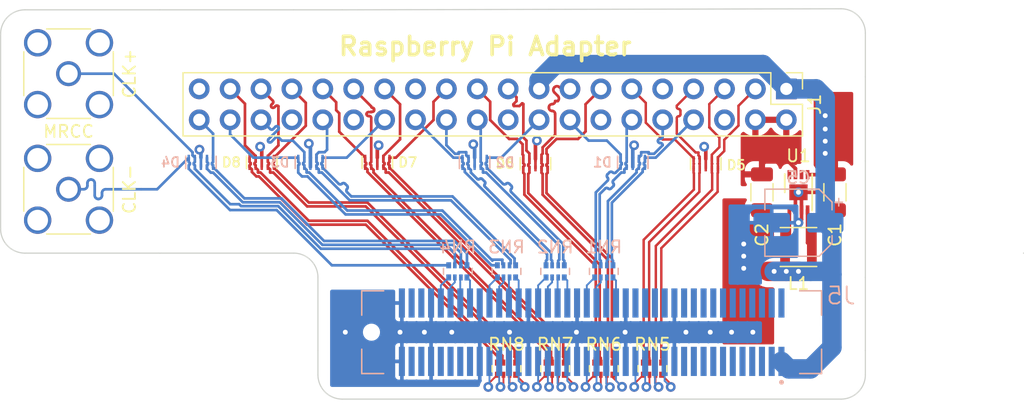
<source format=kicad_pcb>
(kicad_pcb (version 20211014) (generator pcbnew)
  (layers (0 "F.Cu" signal) (1 "In1.Cu" signal) (2 "In2.Cu" signal) (31 "B.Cu" signal) (34 "B.Paste" user) (35 "F.Paste" user) (36 "B.SilkS" user "B.Silkscreen") (37 "F.SilkS" user "F.Silkscreen") (38 "B.Mask" user) (39 "F.Mask" user) (44 "Edge.Cuts" user))
  (net 0 "")
  (net 1 "+3.3V")
  (net 2 "GND")
  (net 3 "/PIN_J24 P")
  (net 4 "/PIN_N19 P")
  (net 5 "/PIN_E21 P")
  (net 6 "/PIN_G25 P")
  (net 7 "/PIN_A23 P")
  (net 8 "/PIN_D26 P")
  (net 9 "/PIN_L22 P")
  (net 10 "/PIN_E25 P")
  (net 11 "/PIN_J21 P")
  (net 12 "/PIN_D23 P")
  (net 13 "/PIN_J26 P")
  (net 14 "/PIN_F22 P")
  (net 15 "/PIN_F25 P")
  (net 16 "/PIN_H21 P")
  (net 17 "/PIN_M24 P")
  (net 18 "+5V")
  (net 19 "Net-(L1-Pad1)")
  (net 22 "/PIN_N19 N")
  (net 23 "/PIN_L22 N")
  (net 24 "/PIN_J26 N")
  (net 25 "/PIN_J21 N")
  (net 26 "/PIN_J24 N")
  (net 27 "/PIN_M24 N")
  (net 28 "/PIN_E21 N")
  (net 29 "/PIN_H21 N")
  (net 30 "/PIN_E25 N")
  (net 31 "/PIN_F22 N")
  (net 32 "/PIN_D23 N")
  (net 33 "/PIN_F25 N")
  (net 34 "/PIN_G25 N")
  (net 35 "/PIN_A23 N")
  (net 36 "/PIN_D26 N")
  (net 37 "/PIN_G22_N")
  (net 38 "/PIN_G22_P")
  (net 71 "Net-(J5-Pad72)")
  (net 72 "Net-(J5-Pad70)")
  (net 73 "Net-(J5-Pad68)")
  (net 74 "Net-(J5-Pad66)")
  (net 75 "Net-(J5-Pad62)")
  (net 76 "Net-(J5-Pad61)")
  (net 77 "Net-(J5-Pad60)")
  (net 78 "Net-(J5-Pad59)")
  (net 79 "Net-(J5-Pad58)")
  (net 80 "Net-(J5-Pad57)")
  (net 81 "Net-(J5-Pad56)")
  (net 82 "Net-(J5-Pad55)")
  (net 83 "Net-(J5-Pad52)")
  (net 84 "Net-(J5-Pad51)")
  (net 85 "Net-(J5-Pad50)")
  (net 86 "Net-(J5-Pad49)")
  (net 87 "Net-(J5-Pad48)")
  (net 88 "Net-(J5-Pad47)")
  (net 89 "Net-(J5-Pad46)")
  (net 90 "Net-(J5-Pad45)")
  (net 91 "Net-(J5-Pad42)")
  (net 92 "Net-(J5-Pad41)")
  (net 93 "Net-(J5-Pad40)")
  (net 94 "Net-(J5-Pad39)")
  (net 95 "Net-(J5-Pad38)")
  (net 96 "Net-(J5-Pad37)")
  (net 97 "Net-(J5-Pad36)")
  (net 98 "Net-(J5-Pad35)")
  (net 99 "Net-(J5-Pad31)")
  (net 100 "Net-(J5-Pad29)")
  (net 101 "Net-(J5-Pad27)")
  (net 102 "Net-(J5-Pad25)")
  (footprint "Connector_Coaxial:SMA_Amphenol_132134-16_Vertical" (layer "F.Cu") (at 79.5 72.25 90)
    (fp_text reference "J2" hide)
    (fp_text value "CLK+")
  )
  (footprint "Connector_PinHeader_2.54mm:PinHeader_2x20_P2.54mm_Vertical" (layer "F.Cu") (at 138.5 73.5 -90)
    (fp_text reference "J1")
    (fp_text value "Conn_02x20_Odd_Even")
  )
  (footprint "Resistor_SMD:R_Array_Convex_4x0402" (layer "F.Cu") (at 115.5 96.5 90)
    (fp_text reference "RN8")
    (fp_text value "200R")
  )
  (footprint "Connector_Coaxial:SMA_Amphenol_132134-16_Vertical" (layer "F.Cu") (at 79.5 81.75 90)
    (fp_text reference "J3" hide)
    (fp_text value "CLK-")
  )
  (footprint "fpga-adapter:SOT1176" (layer "F.Cu") (at 117.88 79.6525)
    (fp_text reference "D6")
    (fp_text value "PESD3V3L4UF")
  )
  (footprint "Resistor_SMD:R_Array_Convex_4x0402" (layer "F.Cu") (at 119.5 96.5 90)
    (fp_text reference "RN7")
    (fp_text value "200R")
  )
  (footprint "fpga-adapter:SOT1176" (layer "F.Cu") (at 104.88 79.54)
    (fp_text reference "D7")
    (fp_text value "PESD3V3L4UF")
  )
  (footprint "Capacitor_SMD:C_1206_3216Metric" (layer "F.Cu") (at 136.5 82 -90)
    (fp_text reference "C2")
    (fp_text value "10uF")
  )
  (footprint "Resistor_SMD:R_Array_Convex_4x0402" (layer "F.Cu") (at 123.5 96.5 90)
    (fp_text reference "RN6")
    (fp_text value "200R")
  )
  (footprint "Capacitor_SMD:C_1206_3216Metric" (layer "F.Cu") (at 142.5 82 -90)
    (fp_text reference "C1")
    (fp_text value "10uF")
  )
  (footprint "fpga-adapter:SOT1176" (layer "F.Cu") (at 131.88 79.6525)
    (fp_text reference "D5")
    (fp_text value "PESD3V3L4UF")
  )
  (footprint "Resistor_SMD:R_Array_Convex_4x0402" (layer "F.Cu") (at 127.5 96.5 90)
    (fp_text reference "RN5")
    (fp_text value "200R")
  )
  (footprint "fpga-adapter:SOT1176" (layer "F.Cu") (at 95.38 79.54)
    (fp_text reference "D8")
    (fp_text value "PESD3V3L4UF")
  )
  (footprint "Package_DFN_QFN:DFN-8-1EP_3x2mm_P0.5mm_EP1.3x1.5mm" (layer "F.Cu") (at 139.5 82 90)
    (fp_text reference "U1")
    (fp_text value "DIO6605B")
  )
  (footprint "Inductor_SMD:L_Taiyo-Yuden_NR-30xx" (layer "F.Cu") (at 139.5 86.5 180)
    (fp_text reference "L1")
    (fp_text value "4.7uH")
  )
  (footprint "fpga-adapter:SOT1176" (layer "B.Cu") (at 99.38 79.54)
    (fp_text reference "D3")
    (fp_text value "PESD3V3L4UF" hide)
  )
  (footprint "Resistor_SMD:R_Array_Convex_4x0402" (layer "B.Cu") (at 115.5 88.5 -90)
    (fp_text reference "RN3")
    (fp_text value "200R")
  )
  (footprint "fpga-adapter:SOT1176" (layer "B.Cu") (at 112.88 79.54)
    (fp_text reference "D2")
    (fp_text value "PESD3V3L4UF" hide)
  )
  (footprint "Resistor_SMD:R_Array_Convex_4x0402" (layer "B.Cu") (at 111.5 88.5 -90)
    (fp_text reference "RN4")
    (fp_text value "200R")
  )
  (footprint "fpga-adapter:SOT1176" (layer "B.Cu") (at 125.88 79.54)
    (fp_text reference "D1")
    (fp_text value "PESD3V3L4UF" hide)
  )
  (footprint "fpga-adapter:SOT1176" (layer "B.Cu") (at 90.38 79.54)
    (fp_text reference "D4")
    (fp_text value "PESD3V3L4UF" hide)
  )
  (footprint "fpga-adapter:TE_5-5179180-3" (layer "B.Cu") (at 122.5 93.5 180)
    (fp_text reference "J5")
    (fp_text value "Conn_02x40_Odd_Even" hide)
  )
  (footprint "Capacitor_SMD:CP_Elec_5x5.4" (layer "B.Cu") (at 139.5 84.5 180)
    (fp_text reference "C5")
    (fp_text value "47uF")
  )
  (footprint "Resistor_SMD:R_Array_Convex_4x0402" (layer "B.Cu") (at 123.5 88.5 -90)
    (fp_text reference "RN1")
    (fp_text value "200R")
  )
  (footprint "Resistor_SMD:R_Array_Convex_4x0402" (layer "B.Cu") (at 119.5 88.5 -90)
    (fp_text reference "RN2")
    (fp_text value "200R")
  )
  (gr_line (start 145 97) (end 145 95) (layer "Edge.Cuts") (width 0.1))
  (gr_arc (start 143 66.914213) (mid 144.414209 67.5) (end 145 68.914213) (layer "Edge.Cuts") (width 0.1))
  (gr_arc (start 102 99) (mid 100.585786 98.414214) (end 100 97) (layer "Edge.Cuts") (width 0.1))
  (gr_arc (start 145 97) (mid 144.414214 98.414214) (end 143 99) (layer "Edge.Cuts") (width 0.1))
  (gr_line (start 75.914214 67) (end 87 67) (layer "Edge.Cuts") (width 0.1))
  (gr_line (start 75.914214 87) (end 87 87) (layer "Edge.Cuts") (width 0.1))
  (gr_line (start 102 67) (end 143 66.914214) (layer "Edge.Cuts") (width 0.1))
  (gr_line (start 73.914214 72.585787) (end 73.914214 69) (layer "Edge.Cuts") (width 0.1))
  (gr_line (start 145 72.5) (end 145 79.414213) (layer "Edge.Cuts") (width 0.1))
  (gr_line (start 73.914214 85) (end 73.914214 72.585787) (layer "Edge.Cuts") (width 0.1))
  (gr_line (start 158 87) (end 158 87) (layer "Edge.Cuts") (width 0.1))
  (gr_line (start 145 68.914213) (end 145 72.5) (layer "Edge.Cuts") (width 0.1))
  (gr_line (start 100 97) (end 100 95) (layer "Edge.Cuts") (width 0.1))
  (gr_arc (start 73.914214 69) (mid 74.5 67.585786) (end 75.914214 67) (layer "Edge.Cuts") (width 0.1))
  (gr_arc (start 98 87) (mid 99.414214 87.585786) (end 100 89) (layer "Edge.Cuts") (width 0.1))
  (gr_line (start 145 79.414213) (end 145 89) (layer "Edge.Cuts") (width 0.1))
  (gr_line (start 145 95) (end 145 89) (layer "Edge.Cuts") (width 0.1))
  (gr_arc (start 75.914214 87) (mid 74.5 86.414214) (end 73.914214 85) (layer "Edge.Cuts") (width 0.1))
  (gr_line (start 100 95) (end 100 89) (layer "Edge.Cuts") (width 0.1))
  (gr_line (start 87 67) (end 98 67) (layer "Edge.Cuts") (width 0.1))
  (gr_line (start 87 87) (end 98 87) (layer "Edge.Cuts") (width 0.1))
  (gr_line (start 98 67) (end 102 67) (layer "Edge.Cuts") (width 0.1))
  (gr_line (start 102 99) (end 143 99) (layer "Edge.Cuts") (width 0.1))
  (gr_text "MRCC" (at 79.5 77) (layer "F.SilkS") (effects (font (size 1 1))))
  (gr_text "Raspberry Pi Adapter" (at 113.75 70) (layer "F.SilkS") (effects (font (size 1.5 1.5) (thickness 0.3))))
  (segment (start 139.5 88.5) (end 137 88.5) (width 1.6) (layer "F.Cu") (net 1))
  (segment (start 138.75 83.45) (end 138.75 86.15) (width 0.3) (layer "F.Cu") (net 1))
  (segment (start 138.75 86.15) (end 138.4 86.5) (width 0.3) (layer "F.Cu") (net 1))
  (segment (start 140.25 80.55) (end 142.475 80.55) (width 0.3) (layer "F.Cu") (net 1))
  (segment (start 141.7 76.8) (end 141.7 77.8) (width 1.6) (layer "F.Cu") (net 1))
  (segment (start 142.475 80.55) (end 142.5 80.525) (width 0.3) (layer "F.Cu") (net 1))
  (segment (start 141.7 75.7) (end 141.7 76.8) (width 1.6) (layer "F.Cu") (net 1))
  (segment (start 141.7 77.8) (end 141.7 78.8) (width 1.6) (layer "F.Cu") (net 1))
  (segment (start 138.5 88.5) (end 138.5 86.6) (width 0.5) (layer "F.Cu") (net 1))
  (segment (start 138.5 86.6) (end 138.4 86.5) (width 0.5) (layer "F.Cu") (net 1))
  (via (at 141.7 75.7) (size 0.8) (drill 0.4) (layers "F.Cu" "B.Cu") (net 1))
  (via (at 141.7 76.8) (size 0.8) (drill 0.4) (layers "F.Cu" "B.Cu") (net 1))
  (via (at 139.5 88.5) (size 0.8) (drill 0.4) (layers "F.Cu" "B.Cu") (net 1))
  (via (at 141.7 78.8) (size 0.8) (drill 0.4) (layers "F.Cu" "B.Cu") (net 1))
  (via (at 137.5 88.5) (size 0.8) (drill 0.4) (layers "F.Cu" "B.Cu") (net 1))
  (via (at 141.7 77.8) (size 0.8) (drill 0.4) (layers "F.Cu" "B.Cu") (net 1))
  (via (at 138.5 88.5) (size 0.8) (drill 0.4) (layers "F.Cu" "B.Cu") (net 1))
  (segment (start 142.250001 88.750001) (end 142.250001 85.050001) (width 1.6) (layer "B.Cu") (net 1))
  (segment (start 142.250001 85.050001) (end 141.7 84.5) (width 1.6) (layer "B.Cu") (net 1))
  (segment (start 118.18 72.82) (end 118.18 73.5) (width 1.6) (layer "B.Cu") (net 1))
  (segment (start 141.7 74.25) (end 140.95 73.5) (width 1.6) (layer "B.Cu") (net 1))
  (segment (start 140.5 88.5) (end 139.5 88.5) (width 1.6) (layer "B.Cu") (net 1))
  (segment (start 138.5 88.5) (end 137.5 88.5) (width 1.6) (layer "B.Cu") (net 1))
  (segment (start 140.95 73.5) (end 138.5 73.5) (width 1.6) (layer "B.Cu") (net 1))
  (segment (start 140.483094 96.516906) (end 142.250001 94.749999) (width 1.6) (layer "B.Cu") (net 1))
  (segment (start 142.250001 88.750001) (end 142 88.5) (width 1.6) (layer "B.Cu") (net 1))
  (segment (start 136.576296 71.5) (end 119.5 71.5) (width 1.6) (layer "B.Cu") (net 1))
  (segment (start 139.5 88.5) (end 138.5 88.5) (width 1.6) (layer "B.Cu") (net 1))
  (segment (start 138.5 73.423704) (end 136.576296 71.5) (width 1.6) (layer "B.Cu") (net 1))
  (segment (start 119.5 71.5) (end 118.18 72.82) (width 1.6) (layer "B.Cu") (net 1))
  (segment (start 138.5 73.5) (end 138.5 73.423704) (width 1.6) (layer "B.Cu") (net 1))
  (segment (start 138.716906 96.516906) (end 140.483094 96.516906) (width 1.6) (layer "B.Cu") (net 1))
  (segment (start 138.1 95.9) (end 138.716906 96.516906) (width 1.6) (layer "B.Cu") (net 1))
  (segment (start 142 88.5) (end 140.5 88.5) (width 1.6) (layer "B.Cu") (net 1))
  (segment (start 142.250001 94.749999) (end 142.250001 88.750001) (width 1.6) (layer "B.Cu") (net 1))
  (segment (start 141.7 84.5) (end 141.7 74.25) (width 1.6) (layer "B.Cu") (net 1))
  (segment (start 117.88 77.87) (end 118 77.75) (width 0.3) (layer "F.Cu") (net 2))
  (segment (start 131.88 79.265) (end 131.88 78.38) (width 0.3) (layer "F.Cu") (net 2))
  (segment (start 95.38 79.1525) (end 95.38 78.38) (width 0.3) (layer "F.Cu") (net 2))
  (segment (start 139.25 82.25) (end 139.5 82) (width 0.3) (layer "F.Cu") (net 2))
  (segment (start 139.75 83.45) (end 139.75 82.25) (width 0.3) (layer "F.Cu") (net 2))
  (segment (start 139.75 84.25) (end 139.5 84.5) (width 0.3) (layer "F.Cu") (net 2))
  (segment (start 117.88 79.265) (end 117.88 77.87) (width 0.3) (layer "F.Cu") (net 2))
  (segment (start 104.88 78.244444) (end 104.9895 78.134944) (width 0.3) (layer "F.Cu") (net 2))
  (segment (start 95.38 78.38) (end 95.25 78.25) (width 0.3) (layer "F.Cu") (net 2))
  (segment (start 95.38 79.9275) (end 95.38 79.1525) (width 0.22) (layer "F.Cu") (net 2))
  (segment (start 139.25 83.45) (end 139.25 84.25) (width 0.3) (layer "F.Cu") (net 2))
  (segment (start 117.88 80.04) (end 117.88 79.265) (width 0.22) (layer "F.Cu") (net 2))
  (segment (start 139.75 82.25) (end 139.5 82) (width 0.3) (layer "F.Cu") (net 2))
  (segment (start 131.88 80.04) (end 131.88 79.265) (width 0.22) (layer "F.Cu") (net 2))
  (segment (start 142.5 83.475) (end 141.025 82) (width 0.3) (layer "F.Cu") (net 2))
  (segment (start 104.88 79.9275) (end 104.88 79.1525) (width 0.22) (layer "F.Cu") (net 2))
  (segment (start 139.75 83.45) (end 139.75 84.25) (width 0.3) (layer "F.Cu") (net 2))
  (segment (start 139.25 83.45) (end 139.25 82.25) (width 0.3) (layer "F.Cu") (net 2))
  (segment (start 139.25 84.25) (end 139.5 84.5) (width 0.3) (layer "F.Cu") (net 2))
  (segment (start 141.025 82) (end 139.5 82) (width 0.3) (layer "F.Cu") (net 2))
  (segment (start 104.88 79.1525) (end 104.88 78.244444) (width 0.3) (layer "F.Cu") (net 2))
  (segment (start 131.88 78.38) (end 131.75 78.25) (width 0.3) (layer "F.Cu") (net 2))
  (via (at 115.75 93.5) (size 0.8) (drill 0.4) (layers "F.Cu" "B.Cu") (net 2))
  (via (at 134 93.5) (size 0.8) (drill 0.4) (layers "F.Cu" "B.Cu") (net 2))
  (via (at 99.25 78) (size 0.8) (drill 0.4) (layers "F.Cu" "B.Cu") (net 2))
  (via (at 90.261428 78.492961) (size 0.8) (drill 0.4) (layers "F.Cu" "B.Cu") (net 2))
  (via (at 130.25 93.5) (size 0.8) (drill 0.4) (layers "F.Cu" "B.Cu") (net 2))
  (via (at 139.5 82) (size 0.8) (drill 0.4) (layers "F.Cu" "B.Cu") (net 2))
  (via (at 125.9895 78.134944) (size 0.8) (drill 0.4) (layers "F.Cu" "B.Cu") (net 2))
  (via (at 106.75 93.5) (size 0.8) (drill 0.4) (layers "F.Cu" "B.Cu") (net 2))
  (via (at 132.25 93.5) (size 0.8) (drill 0.4) (layers "F.Cu" "B.Cu") (net 2))
  (via (at 135.75 93.5) (size 0.8) (drill 0.4) (layers "F.Cu" "B.Cu") (net 2))
  (via (at 139.5 84.5) (size 0.8) (drill 0.4) (layers "F.Cu" "B.Cu") (net 2))
  (via (at 135 86.25) (size 0.8) (drill 0.4) (layers "F.Cu" "B.Cu") (net 2))
  (via (at 118 77.75) (size 0.8) (drill 0.4) (layers "F.Cu" "B.Cu") (net 2))
  (via (at 135 88.25) (size 0.8) (drill 0.4) (layers "F.Cu" "B.Cu") (net 2))
  (via (at 135 87.25) (size 0.8) (drill 0.4) (layers "F.Cu" "B.Cu") (net 2))
  (via (at 121.25 93.5) (size 0.8) (drill 0.4) (layers "F.Cu" "B.Cu") (net 2))
  (via (at 102.25 93.5) (size 0.8) (drill 0.4) (layers "F.Cu" "B.Cu") (net 2))
  (via (at 108.75 93.5) (size 0.8) (drill 0.4) (layers "F.Cu" "B.Cu") (net 2))
  (via (at 111 93.5) (size 0.8) (drill 0.4) (layers "F.Cu" "B.Cu") (net 2))
  (via (at 95.25 78.25) (size 0.8) (drill 0.4) (layers "F.Cu" "B.Cu") (net 2))
  (via (at 125.25 93.5) (size 0.8) (drill 0.4) (layers "F.Cu" "B.Cu") (net 2))
  (via (at 104.9895 78.134944) (size 0.8) (drill 0.4) (layers "F.Cu" "B.Cu") (net 2))
  (via (at 131.75 78.25) (size 0.8) (drill 0.4) (layers "F.Cu" "B.Cu") (net 2))
  (via (at 112.7705 78.052524) (size 0.8) (drill 0.4) (layers "F.Cu" "B.Cu") (net 2))
  (segment (start 90.38 79.9275) (end 90.38 79.1525) (width 0.22) (layer "B.Cu") (net 2))
  (segment (start 125.88 78.244444) (end 125.9895 78.134944) (width 0.3) (layer "B.Cu") (net 2))
  (segment (start 125.88 79.9275) (end 125.88 79.1525) (width 0.3) (layer "B.Cu") (net 2))
  (segment (start 90.38 79.1525) (end 90.38 78.611533) (width 0.3) (layer "B.Cu") (net 2))
  (segment (start 112.88 79.1525) (end 112.88 78.162024) (width 0.3) (layer "B.Cu") (net 2))
  (segment (start 99.38 78.13) (end 99.25 78) (width 0.3) (layer "B.Cu") (net 2))
  (segment (start 90.38 78.611533) (end 90.261428 78.492961) (width 0.3) (layer "B.Cu") (net 2))
  (segment (start 112.88 78.162024) (end 112.7705 78.052524) (width 0.3) (layer "B.Cu") (net 2))
  (segment (start 99.38 79.1525) (end 99.38 78.13) (width 0.3) (layer "B.Cu") (net 2))
  (segment (start 112.88 79.9275) (end 112.88 79.1525) (width 0.22) (layer "B.Cu") (net 2))
  (segment (start 125.88 79.1525) (end 125.88 78.244444) (width 0.3) (layer "B.Cu") (net 2))
  (segment (start 99.38 79.9275) (end 99.38 79.1525) (width 0.3) (layer "B.Cu") (net 2))
  (segment (start 123.619456 81.688046) (end 123.619455 81.688048) (width 0.22) (layer "B.Cu") (net 3))
  (segment (start 125.38 79.1525) (end 125.38 76.46) (width 0.22) (layer "B.Cu") (net 3))
  (segment (start 123.16 82.1475) (end 123.16 87.534999) (width 0.22) (layer "B.Cu") (net 3))
  (segment (start 123.16 87.534999) (end 123.25 87.624999) (width 0.22) (layer "B.Cu") (net 3))
  (segment (start 125.38 79.9275) (end 125.19 80.1175) (width 0.22) (layer "B.Cu") (net 3))
  (segment (start 124.278749 81.263782) (end 124.27875 81.263783) (width 0.22) (layer "B.Cu") (net 3))
  (segment (start 124.278751 81.498814) (end 124.278751 81.498813) (width 0.22) (layer "B.Cu") (net 3))
  (segment (start 123.25 87.624999) (end 123.25 88) (width 0.22) (layer "B.Cu") (net 3))
  (segment (start 125.38 79.79) (end 125.29 79.7) (width 0.22) (layer "B.Cu") (net 3))
  (segment (start 125.38 79.9275) (end 125.38 79.79) (width 0.22) (layer "B.Cu") (net 3))
  (segment (start 125.19 80.375) (end 124.9325 80.375) (width 0.22) (layer "B.Cu") (net 3))
  (segment (start 123.619455 81.688048) (end 123.16 82.1475) (width 0.22) (layer "B.Cu") (net 3))
  (segment (start 125.29 79.598751) (end 125.38 79.508751) (width 0.22) (layer "B.Cu") (net 3))
  (segment (start 125.29 79.7) (end 125.29 79.598751) (width 0.22) (layer "B.Cu") (net 3))
  (segment (start 125.38 76.46) (end 125.8 76.04) (width 0.22) (layer "B.Cu") (net 3))
  (segment (start 124.27875 81.263782) (end 124.278749 81.263782) (width 0.22) (layer "B.Cu") (net 3))
  (segment (start 123.854486 81.688047) (end 123.854487 81.688047) (width 0.22) (layer "B.Cu") (net 3))
  (segment (start 124.278751 81.498813) (end 124.089517 81.688048) (width 0.22) (layer "B.Cu") (net 3))
  (segment (start 125.19 80.1175) (end 125.19 80.375) (width 0.22) (layer "B.Cu") (net 3))
  (segment (start 125.38 79.508751) (end 125.38 79.1525) (width 0.22) (layer "B.Cu") (net 3))
  (segment (start 124.9325 80.375) (end 124.27875 81.02875) (width 0.22) (layer "B.Cu") (net 3))
  (arc (start 124.27875 81.02875) (mid 124.230072 81.146267) (end 124.27875 81.263782) (width 0.22) (layer "B.Cu") (net 3))
  (arc (start 124.089517 81.688048) (mid 123.972001 81.736724) (end 123.854486 81.688047) (width 0.22) (layer "B.Cu") (net 3))
  (arc (start 124.27875 81.263783) (mid 124.327427 81.381298) (end 124.278751 81.498814) (width 0.22) (layer "B.Cu") (net 3))
  (arc (start 123.854487 81.688047) (mid 123.736972 81.63937) (end 123.619456 81.688046) (width 0.22) (layer "B.Cu") (net 3))
  (segment (start 131.38 80.04) (end 131.38 79.683749) (width 0.2) (layer "F.Cu") (net 4))
  (segment (start 131.28 78.7275) (end 131.28 78.9618) (width 0.2) (layer "F.Cu") (net 4))
  (segment (start 131.38 80.396251) (end 131.38 80.04) (width 0.2) (layer "F.Cu") (net 4))
  (segment (start 127.25 95.624999) (end 127.225 95.599999) (width 0.2) (layer "F.Cu") (net 4))
  (segment (start 129.5 76.2) (end 129.5 77.1818) (width 0.2) (layer "F.Cu") (net 4))
  (segment (start 131.355 81.9632) (end 131.355 80.421251) (width 0.2) (layer "F.Cu") (net 4))
  (segment (start 131.0457 78.7275) (end 131.28 78.7275) (width 0.2) (layer "F.Cu") (net 4))
  (segment (start 127.225 95.599999) (end 127.225 86.0932) (width 0.2) (layer "F.Cu") (net 4))
  (segment (start 129.5 74.88) (end 129.5 75) (width 0.2) (layer "F.Cu") (net 4))
  (segment (start 127.225 86.0932) (end 131.355 81.9632) (width 0.2) (layer "F.Cu") (net 4))
  (segment (start 131.38 79.683749) (end 131.355 79.658749) (width 0.2) (layer "F.Cu") (net 4))
  (segment (start 129.5 75.9) (end 129.5 76.2) (width 0.2) (layer "F.Cu") (net 4))
  (segment (start 131.355 79.646251) (end 131.38 79.621251) (width 0.2) (layer "F.Cu") (net 4))
  (segment (start 130.88 73.5) (end 129.5 74.88) (width 0.2) (layer "F.Cu") (net 4))
  (segment (start 131.28 78.9618) (end 131.355001 79.036801) (width 0.2) (layer "F.Cu") (net 4))
  (segment (start 131.355001 79.240001) (end 131.38 79.265) (width 0.2) (layer "F.Cu") (net 4))
  (segment (start 131.355 80.421251) (end 131.38 80.396251) (width 0.2) (layer "F.Cu") (net 4))
  (segment (start 127.25 96) (end 127.25 95.624999) (width 0.2) (layer "F.Cu") (net 4))
  (segment (start 129.5 77.1818) (end 131.0457 78.7275) (width 0.2) (layer "F.Cu") (net 4))
  (segment (start 131.355 79.658749) (end 131.355 79.646251) (width 0.2) (layer "F.Cu") (net 4))
  (segment (start 129.8 75.3) (end 129.8 75.6) (width 0.2) (layer "F.Cu") (net 4))
  (segment (start 131.355001 79.036801) (end 131.355001 79.240001) (width 0.2) (layer "F.Cu") (net 4))
  (segment (start 131.38 79.621251) (end 131.38 79.265) (width 0.2) (layer "F.Cu") (net 4))
  (arc (start 129.65 75.15) (mid 129.756066 75.193934) (end 129.8 75.3) (width 0.2) (layer "F.Cu") (net 4))
  (arc (start 129.8 75.6) (mid 129.756066 75.706066) (end 129.65 75.75) (width 0.2) (layer "F.Cu") (net 4))
  (arc (start 129.5 75) (mid 129.543934 75.106066) (end 129.65 75.15) (width 0.2) (layer "F.Cu") (net 4))
  (arc (start 129.65 75.75) (mid 129.543934 75.793934) (end 129.5 75.9) (width 0.2) (layer "F.Cu") (net 4))
  (segment (start 112.57 80.375) (end 113.0975 80.9025) (width 0.22) (layer "B.Cu") (net 5))
  (segment (start 119.16 86.965) (end 119.16 87.534999) (width 0.22) (layer "B.Cu") (net 5))
  (segment (start 112.38 79.79) (end 112.29 79.7) (width 0.22) (layer "B.Cu") (net 5))
  (segment (start 112.38 79.9275) (end 112.38 79.79) (width 0.22) (layer "B.Cu") (net 5))
  (segment (start 112.38 79.508751) (end 112.38 79.1525) (width 0.22) (layer "B.Cu") (net 5))
  (segment (start 112.19 78.705) (end 111.57 78.705) (width 0.22) (layer "B.Cu") (net 5))
  (segment (start 110.56 78.127451) (end 110.56 76.04) (width 0.22) (layer "B.Cu") (net 5))
  (segment (start 111.265049 78.8325) (end 110.56 78.127451) (width 0.22) (layer "B.Cu") (net 5))
  (segment (start 111.57 78.705) (end 111.57 78.8325) (width 0.22) (layer "B.Cu") (net 5))
  (segment (start 113.946028 81.751028) (end 119.16 86.965) (width 0.22) (layer "B.Cu") (net 5))
  (segment (start 113.718829 81.326763) (end 113.71883 81.326765) (width 0.22) (layer "B.Cu") (net 5))
  (segment (start 112.57 80.164951) (end 112.57 80.375) (width 0.22) (layer "B.Cu") (net 5))
  (segment (start 112.38 79.1525) (end 112.19 78.9625) (width 0.22) (layer "B.Cu") (net 5))
  (segment (start 111.57 78.8325) (end 111.265049 78.8325) (width 0.22) (layer "B.Cu") (net 5))
  (segment (start 113.294567 80.902499) (end 113.294566 80.9025) (width 0.22) (layer "B.Cu") (net 5))
  (segment (start 112.29 79.7) (end 112.29 79.598751) (width 0.22) (layer "B.Cu") (net 5))
  (segment (start 112.38 79.974951) (end 112.57 80.164951) (width 0.22) (layer "B.Cu") (net 5))
  (segment (start 119.16 87.534999) (end 119.25 87.624999) (width 0.22) (layer "B.Cu") (net 5))
  (segment (start 112.38 79.9275) (end 112.38 79.974951) (width 0.22) (layer "B.Cu") (net 5))
  (segment (start 119.25 87.624999) (end 119.25 88) (width 0.22) (layer "B.Cu") (net 5))
  (segment (start 112.29 79.598751) (end 112.38 79.508751) (width 0.22) (layer "B.Cu") (net 5))
  (segment (start 112.19 78.9625) (end 112.19 78.705) (width 0.22) (layer "B.Cu") (net 5))
  (segment (start 113.71883 81.523831) (end 113.946028 81.751028) (width 0.22) (layer "B.Cu") (net 5))
  (segment (start 113.491632 80.9025) (end 113.718829 81.129697) (width 0.22) (layer "B.Cu") (net 5))
  (arc (start 113.0975 80.9025) (mid 113.196035 80.943314) (end 113.294567 80.902499) (width 0.22) (layer "B.Cu") (net 5))
  (arc (start 113.294566 80.9025) (mid 113.3931 80.861687) (end 113.491632 80.9025) (width 0.22) (layer "B.Cu") (net 5))
  (arc (start 113.71883 81.326765) (mid 113.678015 81.425297) (end 113.71883 81.523831) (width 0.22) (layer "B.Cu") (net 5))
  (arc (start 113.718829 81.129697) (mid 113.759644 81.228231) (end 113.718829 81.326763) (width 0.22) (layer "B.Cu") (net 5))
  (segment (start 105.88 79.974951) (end 105.88 79.9275) (width 0.22) (layer "F.Cu") (net 6))
  (segment (start 109.5 74.56) (end 110.56 73.5) (width 0.22) (layer "F.Cu") (net 6))
  (segment (start 106.406567 79.1525) (end 109.5 76.059067) (width 0.22) (layer "F.Cu") (net 6))
  (segment (start 120.16 94.254951) (end 105.88 79.974951) (width 0.22) (layer "F.Cu") (net 6))
  (segment (start 105.88 79.1525) (end 106.406567 79.1525) (width 0.22) (layer "F.Cu") (net 6))
  (segment (start 105.79 79.598751) (end 105.88 79.508751) (width 0.22) (layer "F.Cu") (net 6))
  (segment (start 120.16 95.534999) (end 120.16 94.254951) (width 0.22) (layer "F.Cu") (net 6))
  (segment (start 109.5 76.059067) (end 109.5 74.56) (width 0.22) (layer "F.Cu") (net 6))
  (segment (start 105.88 79.79) (end 105.79 79.7) (width 0.22) (layer "F.Cu") (net 6))
  (segment (start 120.25 96) (end 120.25 95.624999) (width 0.22) (layer "F.Cu") (net 6))
  (segment (start 105.79 79.7) (end 105.79 79.598751) (width 0.22) (layer "F.Cu") (net 6))
  (segment (start 120.25 95.624999) (end 120.16 95.534999) (width 0.22) (layer "F.Cu") (net 6))
  (segment (start 105.88 79.9275) (end 105.88 79.79) (width 0.22) (layer "F.Cu") (net 6))
  (segment (start 105.88 79.508751) (end 105.88 79.1525) (width 0.22) (layer "F.Cu") (net 6))
  (segment (start 115.16 95.433724) (end 104.066276 84.34) (width 0.22) (layer "F.Cu") (net 7))
  (segment (start 95.07 80.375) (end 95.07 80.164951) (width 0.22) (layer "F.Cu") (net 7))
  (segment (start 94.88 79.974951) (end 94.88 79.9275) (width 0.22) (layer "F.Cu") (net 7))
  (segment (start 115.16 95.81) (end 115.16 95.433724) (width 0.22) (layer "F.Cu") (net 7))
  (segment (start 94.79 79.7) (end 94.79 79.598751) (width 0.22) (layer "F.Cu") (net 7))
  (segment (start 94 78.135) (end 94 74.72) (width 0.22) (layer "F.Cu") (net 7))
  (segment (start 94.88 79.79) (end 94.79 79.7) (width 0.22) (layer "F.Cu") (net 7))
  (segment (start 115.25 96) (end 115.25 95.9) (width 0.22) (layer "F.Cu") (net 7))
  (segment (start 94.88 79.1525) (end 94.88 79.015) (width 0.22) (layer "F.Cu") (net 7))
  (segment (start 94.88 79.015) (end 94 78.135) (width 0.22) (layer "F.Cu") (net 7))
  (segment (start 95.07 80.164951) (end 94.88 79.974951) (width 0.22) (layer "F.Cu") (net 7))
  (segment (start 95.280049 80.375) (end 95.07 80.375) (width 0.22) (layer "F.Cu") (net 7))
  (segment (start 94.88 79.508751) (end 94.88 79.1525) (width 0.22) (layer "F.Cu") (net 7))
  (segment (start 115.25 95.9) (end 115.16 95.81) (width 0.22) (layer "F.Cu") (net 7))
  (segment (start 94.88 79.9275) (end 94.88 79.79) (width 0.22) (layer "F.Cu") (net 7))
  (segment (start 104.066276 84.34) (end 99.245049 84.34) (width 0.22) (layer "F.Cu") (net 7))
  (segment (start 94 74.72) (end 92.78 73.5) (width 0.22) (layer "F.Cu") (net 7))
  (segment (start 94.79 79.598751) (end 94.88 79.508751) (width 0.22) (layer "F.Cu") (net 7))
  (segment (start 99.245049 84.34) (end 95.280049 80.375) (width 0.22) (layer "F.Cu") (net 7))
  (segment (start 104.066276 82.84) (end 99.245049 82.84) (width 0.22) (layer "F.Cu") (net 8))
  (segment (start 96.38 79.508751) (end 96.38 79.1525) (width 0.22) (layer "F.Cu") (net 8))
  (segment (start 116.16 94.933724) (end 104.066276 82.84) (width 0.22) (layer "F.Cu") (net 8))
  (segment (start 96.29 79.598751) (end 96.38 79.508751) (width 0.22) (layer "F.Cu") (net 8))
  (segment (start 116.16 95.534999) (end 116.16 94.933724) (width 0.22) (layer "F.Cu") (net 8))
  (segment (start 96.38 79.79) (end 96.29 79.7) (width 0.22) (layer "F.Cu") (net 8))
  (segment (start 116.25 95.624999) (end 116.16 95.534999) (width 0.22) (layer "F.Cu") (net 8))
  (segment (start 99 76.5325) (end 99 74.64) (width 0.22) (layer "F.Cu") (net 8))
  (segment (start 99 74.64) (end 97.86 73.5) (width 0.22) (layer "F.Cu") (net 8))
  (segment (start 96.38 79.1525) (end 99 76.5325) (width 0.22) (layer "F.Cu") (net 8))
  (segment (start 96.29 79.7) (end 96.29 79.598751) (width 0.22) (layer "F.Cu") (net 8))
  (segment (start 99.245049 82.84) (end 96.38 79.974951) (width 0.22) (layer "F.Cu") (net 8))
  (segment (start 96.38 79.9275) (end 96.38 79.79) (width 0.22) (layer "F.Cu") (net 8))
  (segment (start 96.38 79.974951) (end 96.38 79.9275) (width 0.22) (layer "F.Cu") (net 8))
  (segment (start 116.25 96) (end 116.25 95.624999) (width 0.22) (layer "F.Cu") (net 8))
  (segment (start 132.88 80.04) (end 132.88 79.683749) (width 0.2) (layer "F.Cu") (net 9))
  (segment (start 128.225 86.5932) (end 128.225 95.599999) (width 0.2) (layer "F.Cu") (net 9))
  (segment (start 132.88 79.265) (end 132.88 79.1275) (width 0.2) (layer "F.Cu") (net 9))
  (segment (start 132.855 79.646251) (end 132.88 79.621251) (width 0.2) (layer "F.Cu") (net 9))
  (segment (start 128.25 95.624999) (end 128.25 96) (width 0.2) (layer "F.Cu") (net 9))
  (segment (start 132.88 79.621251) (end 132.88 79.265) (width 0.2) (layer "F.Cu") (net 9))
  (segment (start 134.57 74.89) (end 135.96 73.5) (width 0.2) (layer "F.Cu") (net 9))
  (segment (start 133.399501 78.607999) (end 133.399501 77.686845) (width 0.2) (layer "F.Cu") (net 9))
  (segment (start 132.855 81.9632) (end 128.225 86.5932) (width 0.2) (layer "F.Cu") (net 9))
  (segment (start 128.225 95.599999) (end 128.25 95.624999) (width 0.2) (layer "F.Cu") (net 9))
  (segment (start 132.88 79.1275) (end 133.399501 78.607999) (width 0.2) (layer "F.Cu") (net 9))
  (segment (start 132.855 80.421251) (end 132.855 81.9632) (width 0.2) (layer "F.Cu") (net 9))
  (segment (start 132.88 80.04) (end 132.88 80.396251) (width 0.2) (layer "F.Cu") (net 9))
  (segment (start 132.855 79.658749) (end 132.855 79.646251) (width 0.2) (layer "F.Cu") (net 9))
  (segment (start 132.88 79.683749) (end 132.855 79.658749) (width 0.2) (layer "F.Cu") (net 9))
  (segment (start 133.399501 77.686845) (end 134.57 76.516346) (width 0.2) (layer "F.Cu") (net 9))
  (segment (start 132.88 80.396251) (end 132.855 80.421251) (width 0.2) (layer "F.Cu") (net 9))
  (segment (start 134.57 76.516346) (end 134.57 74.89) (width 0.2) (layer "F.Cu") (net 9))
  (segment (start 115.16 87.54) (end 114.34 87.54) (width 0.22) (layer "B.Cu") (net 10))
  (segment (start 110.226276 83.5) (end 102.405049 83.5) (width 0.22) (layer "B.Cu") (net 10))
  (segment (start 98.88 79.9275) (end 98.88 79.79) (width 0.22) (layer "B.Cu") (net 10))
  (segment (start 115.25 88) (end 115.16 87.91) (width 0.22) (layer "B.Cu") (net 10))
  (segment (start 96.508368 76.610256) (end 96.312448 76.806175) (width 0.22) (layer "B.Cu") (net 10))
  (segment (start 114.34 87.54) (end 114.34 87.613724) (width 0.22) (layer "B.Cu") (net 10))
  (segment (start 98.88 79.508751) (end 98.88 79.1525) (width 0.22) (layer "B.Cu") (net 10))
  (segment (start 98.88 79.1525) (end 98.88 78.695) (width 0.22) (layer "B.Cu") (net 10))
  (segment (start 96.538725 77.484999) (end 96.538724 77.484999) (width 0.22) (layer "B.Cu") (net 10))
  (segment (start 98.79 79.7) (end 98.79 79.598751) (width 0.22) (layer "B.Cu") (net 10))
  (segment (start 95.972815 76.692815) (end 95.32 76.04) (width 0.22) (layer "B.Cu") (net 10))
  (segment (start 99.07 80.164951) (end 98.88 79.974951) (width 0.22) (layer "B.Cu") (net 10))
  (segment (start 114.34 87.613724) (end 110.226276 83.5) (width 0.22) (layer "B.Cu") (net 10))
  (segment (start 95.939753 77.631421) (end 95.939753 77.63142) (width 0.22) (layer "B.Cu") (net 10))
  (segment (start 98.79 79.598751) (end 98.88 79.508751) (width 0.22) (layer "B.Cu") (net 10))
  (segment (start 98.88 78.695) (end 97.941193 77.756193) (width 0.22) (layer "B.Cu") (net 10))
  (segment (start 96.508368 76.610255) (end 96.508368 76.610256) (width 0.22) (layer "B.Cu") (net 10))
  (segment (start 99.07 80.375) (end 99.07 80.164951) (width 0.22) (layer "B.Cu") (net 10))
  (segment (start 96.086174 76.806175) (end 95.972815 76.692815) (width 0.22) (layer "B.Cu") (net 10))
  (segment (start 99.280049 80.375) (end 99.07 80.375) (width 0.22) (layer "B.Cu") (net 10))
  (segment (start 95.939753 77.63142) (end 96.734643 76.83653) (width 0.22) (layer "B.Cu") (net 10))
  (segment (start 96.538724 77.484999) (end 96.166028 77.857696) (width 0.22) (layer "B.Cu") (net 10))
  (segment (start 102.405049 83.5) (end 99.280049 80.375) (width 0.22) (layer "B.Cu") (net 10))
  (segment (start 98.88 79.974951) (end 98.88 79.9275) (width 0.22) (layer "B.Cu") (net 10))
  (segment (start 97.941193 77.756193) (end 97.036193 77.756193) (width 0.22) (layer "B.Cu") (net 10))
  (segment (start 115.16 87.91) (end 115.16 87.54) (width 0.22) (layer "B.Cu") (net 10))
  (segment (start 97.036193 77.756193) (end 96.765 77.485) (width 0.22) (layer "B.Cu") (net 10))
  (segment (start 98.88 79.79) (end 98.79 79.7) (width 0.22) (layer "B.Cu") (net 10))
  (arc (start 95.939754 77.857696) (mid 95.892889 77.744558) (end 95.939753 77.631421) (width 0.22) (layer "B.Cu") (net 10))
  (arc (start 96.166028 77.857696) (mid 96.052891 77.904559) (end 95.939754 77.857696) (width 0.22) (layer "B.Cu") (net 10))
  (arc (start 96.734643 76.83653) (mid 96.781506 76.723393) (end 96.734643 76.610256) (width 0.22) (layer "B.Cu") (net 10))
  (arc (start 96.734643 76.610256) (mid 96.621506 76.563392) (end 96.508368 76.610255) (width 0.22) (layer "B.Cu") (net 10))
  (arc (start 96.765 77.485) (mid 96.651862 77.438135) (end 96.538725 77.484999) (width 0.22) (layer "B.Cu") (net 10))
  (arc (start 96.312448 76.806175) (mid 96.199311 76.853038) (end 96.086174 76.806175) (width 0.22) (layer "B.Cu") (net 10))
  (segment (start 118.88 80.04) (end 118.88 79.9025) (width 0.22) (layer "F.Cu") (net 11))
  (segment (start 124.16 95.534999) (end 124.16 87.433724) (width 0.22) (layer "F.Cu") (net 11))
  (segment (start 118.79 79.711251) (end 118.88 79.621251) (width 0.22) (layer "F.Cu") (net 11))
  (segment (start 118.88 79.621251) (end 118.88 79.265) (width 0.22) (layer "F.Cu") (net 11))
  (segment (start 118.79 78.436276) (end 118.79 78.818749) (width 0.22) (layer "F.Cu") (net 11))
  (segment (start 124.25 95.624999) (end 124.16 95.534999) (width 0.22) (layer "F.Cu") (net 11))
  (segment (start 121.386862 77.613138) (end 119.613138 77.613138) (width 0.22) (layer "F.Cu") (net 11))
  (segment (start 119.613138 77.613138) (end 118.79 78.436276) (width 0.22) (layer "F.Cu") (net 11))
  (segment (start 123.26 73.5) (end 122 74.76) (width 0.22) (layer "F.Cu") (net 11))
  (segment (start 124.25 96) (end 124.25 95.624999) (width 0.22) (layer "F.Cu") (net 11))
  (segment (start 118.88 79.9025) (end 118.79 79.8125) (width 0.22) (layer "F.Cu") (net 11))
  (segment (start 122 77) (end 121.386862 77.613138) (width 0.22) (layer "F.Cu") (net 11))
  (segment (start 118.88 78.908749) (end 118.88 79.265) (width 0.22) (layer "F.Cu") (net 11))
  (segment (start 118.79 78.818749) (end 118.88 78.908749) (width 0.22) (layer "F.Cu") (net 11))
  (segment (start 118.79 79.8125) (end 118.79 79.711251) (width 0.22) (layer "F.Cu") (net 11))
  (segment (start 124.16 87.433724) (end 118.79 82.063724) (width 0.22) (layer "F.Cu") (net 11))
  (segment (start 118.79 80.486251) (end 118.88 80.396251) (width 0.22) (layer "F.Cu") (net 11))
  (segment (start 122 74.76) (end 122 77) (width 0.22) (layer "F.Cu") (net 11))
  (segment (start 118.79 82.063724) (end 118.79 80.486251) (width 0.22) (layer "F.Cu") (net 11))
  (segment (start 118.88 80.396251) (end 118.88 80.04) (width 0.22) (layer "F.Cu") (net 11))
  (segment (start 91.38 79.79) (end 91.29 79.7) (width 0.22) (layer "B.Cu") (net 12))
  (segment (start 93.9525 82.5) (end 91.38 79.9275) (width 0.22) (layer "B.Cu") (net 12))
  (segment (start 91.38 79.508751) (end 91.38 79.1525) (width 0.22) (layer "B.Cu") (net 12))
  (segment (start 100.5 86) (end 97 82.5) (width 0.22) (layer "B.Cu") (net 12))
  (segment (start 91.38 77.18) (end 90.24 76.04) (width 0.22) (layer "B.Cu") (net 12))
  (segment (start 111.226276 86) (end 100.5 86) (width 0.22) (layer "B.Cu") (net 12))
  (segment (start 97 82.5) (end 93.9525 82.5) (width 0.22) (layer "B.Cu") (net 12))
  (segment (start 91.29 79.598751) (end 91.38 79.508751) (width 0.22) (layer "B.Cu") (net 12))
  (segment (start 112.25 87.023724) (end 111.226276 86) (width 0.22) (layer "B.Cu") (net 12))
  (segment (start 112.25 88) (end 112.25 87.023724) (width 0.22) (layer "B.Cu") (net 12))
  (segment (start 91.38 79.9275) (end 91.38 79.79) (width 0.22) (layer "B.Cu") (net 12))
  (segment (start 91.38 79.1525) (end 91.38 77.18) (width 0.22) (layer "B.Cu") (net 12))
  (segment (start 91.29 79.7) (end 91.29 79.598751) (width 0.22) (layer "B.Cu") (net 12))
  (segment (start 115.64 73.5) (end 116.32 74.18) (width 0.22) (layer "F.Cu") (net 13))
  (segment (start 123.16 95.534999) (end 123.16 87.933724) (width 0.22) (layer "F.Cu") (net 13))
  (segment (start 117.38 80.04) (end 117.38 79.9025) (width 0.22) (layer "F.Cu") (net 13))
  (segment (start 116.564543 74.906949) (end 116.783973 74.687519) (width 0.22) (layer "F.Cu") (net 13))
  (segment (start 117.29 80.486251) (end 117.38 80.396251) (width 0.22) (layer "F.Cu") (net 13))
  (segment (start 116.857331 74.717894) (end 116.885683 74.745683) (width 0.22) (layer "F.Cu") (net 13))
  (segment (start 116.783973 74.687519) (end 116.857331 74.717894) (width 0.22) (layer "F.Cu") (net 13))
  (segment (start 117.29 79.711251) (end 117.38 79.621251) (width 0.22) (layer "F.Cu") (net 13))
  (segment (start 116.102608 74.906949) (end 116.564543 74.906949) (width 0.22) (layer "F.Cu") (net 13))
  (segment (start 116.885683 77.495183) (end 117.1405 77.75) (width 0.22) (layer "F.Cu") (net 13))
  (segment (start 117.38 80.396251) (end 117.38 80.04) (width 0.22) (layer "F.Cu") (net 13))
  (segment (start 117.38 79.621251) (end 117.38 79.265) (width 0.22) (layer "F.Cu") (net 13))
  (segment (start 123.25 95.624999) (end 123.16 95.534999) (width 0.22) (layer "F.Cu") (net 13))
  (segment (start 117.29 79.8125) (end 117.29 79.711251) (width 0.22) (layer "F.Cu") (net 13))
  (segment (start 116.072214 74.833622) (end 116.102608 74.906949) (width 0.22) (layer "F.Cu") (net 13))
  (segment (start 117.38 78.8075) (end 117.38 79.265) (width 0.22) (layer "F.Cu") (net 13))
  (segment (start 117.29 82.063724) (end 117.29 80.486251) (width 0.22) (layer "F.Cu") (net 13))
  (segment (start 123.16 87.933724) (end 117.29 82.063724) (width 0.22) (layer "F.Cu") (net 13))
  (segment (start 117.1405 78.568) (end 117.38 78.8075) (width 0.22) (layer "F.Cu") (net 13))
  (segment (start 116.32 74.18) (end 116.32 74.506447) (width 0.22) (layer "F.Cu") (net 13))
  (segment (start 123.25 96) (end 123.25 95.624999) (width 0.22) (layer "F.Cu") (net 13))
  (segment (start 117.1405 77.75) (end 117.1405 78.568) (width 0.22) (layer "F.Cu") (net 13))
  (segment (start 116.32 74.506447) (end 116.072201 74.754246) (width 0.22) (layer "F.Cu") (net 13))
  (segment (start 116.072201 74.754246) (end 116.072214 74.833622) (width 0.22) (layer "F.Cu") (net 13))
  (segment (start 117.38 79.9025) (end 117.29 79.8125) (width 0.22) (layer "F.Cu") (net 13))
  (segment (start 116.885683 74.745683) (end 116.885683 77.495183) (width 0.22) (layer "F.Cu") (net 13))
  (segment (start 89.88 79.1525) (end 89.69 78.9625) (width 0.22) (layer "B.Cu") (net 14))
  (segment (start 96.735318 83.139002) (end 93.687818 83.139002) (width 0.22) (layer "B.Cu") (net 14))
  (segment (start 93.687818 83.139002) (end 93.527817 82.979002) (width 0.22) (layer "B.Cu") (net 14))
  (segment (start 92.794002 82.979002) (end 89.88 80.065) (width 0.22) (layer "B.Cu") (net 14))
  (segment (start 110.865278 86.639002) (end 100.235318 86.639002) (width 0.22) (layer "B.Cu") (net 14))
  (segment (start 89.88 80.065) (end 89.88 79.9275) (width 0.22) (layer "B.Cu") (net 14))
  (segment (start 100.235318 86.639002) (end 96.735318 83.139002) (width 0.22) (layer "B.Cu") (net 14))
  (segment (start 89.79 79.598751) (end 89.88 79.508751) (width 0.22) (layer "B.Cu") (net 14))
  (segment (start 89.69 78.9625) (end 89.69 78.705) (width 0.22) (layer "B.Cu") (net 14))
  (segment (start 89.88 79.508751) (end 89.88 79.1525) (width 0.22) (layer "B.Cu") (net 14))
  (segment (start 111.25 88) (end 111.25 87.023724) (width 0.22) (layer "B.Cu") (net 14))
  (segment (start 89.79 79.7) (end 89.79 79.598751) (width 0.22) (layer "B.Cu") (net 14))
  (segment (start 89.88 79.79) (end 89.79 79.7) (width 0.22) (layer "B.Cu") (net 14))
  (segment (start 93.527817 82.979002) (end 92.794002 82.979002) (width 0.22) (layer "B.Cu") (net 14))
  (segment (start 89.88 79.9275) (end 89.88 79.79) (width 0.22) (layer "B.Cu") (net 14))
  (segment (start 83.235 72.25) (end 79.5 72.25) (width 0.22) (layer "B.Cu") (net 14))
  (segment (start 89.69 78.705) (end 83.235 72.25) (width 0.22) (layer "B.Cu") (net 14))
  (segment (start 111.25 87.023724) (end 110.865278 86.639002) (width 0.22) (layer "B.Cu") (net 14))
  (segment (start 104.38 75.378019) (end 104.38 75.41) (width 0.22) (layer "F.Cu") (net 15))
  (segment (start 104.38 79.9275) (end 104.38 79.79) (width 0.22) (layer "F.Cu") (net 15))
  (segment (start 104.49802 75.378019) (end 104.498019 75.378019) (width 0.22) (layer "F.Cu") (net 15))
  (segment (start 104.29 79.7) (end 104.29 79.598751) (width 0.22) (layer "F.Cu") (net 15))
  (segment (start 119.16 95.534999) (end 119.16 94.965) (width 0.22) (layer "F.Cu") (net 15))
  (segment (start 104.38 75.41) (end 104.153961 75.41) (width 0.22) (layer "F.Cu") (net 15))
  (segment (start 104.153961 75.73) (end 104.22 75.73) (width 0.22) (layer "F.Cu") (net 15))
  (segment (start 104.38 79.508751) (end 104.38 79.1525) (width 0.22) (layer "F.Cu") (net 15))
  (segment (start 104.57 80.375) (end 104.57 80.164951) (width 0.22) (layer "F.Cu") (net 15))
  (segment (start 104.616039 75.176038) (end 104.616039 75.26) (width 0.22) (layer "F.Cu") (net 15))
  (segment (start 104.498019 75.378019) (end 104.38 75.378019) (width 0.22) (layer "F.Cu") (net 15))
  (segment (start 104.38 79.79) (end 104.29 79.7) (width 0.22) (layer "F.Cu") (net 15))
  (segment (start 119.25 95.624999) (end 119.16 95.534999) (width 0.22) (layer "F.Cu") (net 15))
  (segment (start 104.38 75.89) (end 104.38 76.17956) (width 0.22) (layer "F.Cu") (net 15))
  (segment (start 119.25 96) (end 119.25 95.624999) (width 0.22) (layer "F.Cu") (net 15))
  (segment (start 104.498019 75.058019) (end 104.49802 75.058019) (width 0.22) (layer "F.Cu") (net 15))
  (segment (start 104.29 79.598751) (end 104.38 79.508751) (width 0.22) (layer "F.Cu") (net 15))
  (segment (start 104.38 79.974951) (end 104.38 79.9275) (width 0.22) (layer "F.Cu") (net 15))
  (segment (start 102.94 73.5) (end 104.38 74.94) (width 0.22) (layer "F.Cu") (net 15))
  (segment (start 119.16 94.965) (end 104.57 80.375) (width 0.22) (layer "F.Cu") (net 15))
  (segment (start 104.57 80.164951) (end 104.38 79.974951) (width 0.22) (layer "F.Cu") (net 15))
  (segment (start 104.38 76.17956) (end 104.38 79.1525) (width 0.22) (layer "F.Cu") (net 15))
  (arc (start 104.22 75.73) (mid 104.333137 75.776863) (end 104.38 75.89) (width 0.22) (layer "F.Cu") (net 15))
  (arc (start 104.616039 75.26) (mid 104.581472 75.343452) (end 104.49802 75.378019) (width 0.22) (layer "F.Cu") (net 15))
  (arc (start 104.49802 75.058019) (mid 104.581472 75.092586) (end 104.616039 75.176038) (width 0.22) (layer "F.Cu") (net 15))
  (arc (start 103.993961 75.57) (mid 104.040824 75.683137) (end 104.153961 75.73) (width 0.22) (layer "F.Cu") (net 15))
  (arc (start 104.38 74.94) (mid 104.414567 75.023452) (end 104.498019 75.058019) (width 0.22) (layer "F.Cu") (net 15))
  (arc (start 104.153961 75.41) (mid 104.040824 75.456863) (end 103.993961 75.57) (width 0.22) (layer "F.Cu") (net 15))
  (segment (start 115.89232 81.72174) (end 115.892318 81.721739) (width 0.22) (layer "B.Cu") (net 16))
  (segment (start 115.807735 81.371622) (end 115.733588 81.297475) (width 0.22) (layer "B.Cu") (net 16))
  (segment (start 113.88 79.1525) (end 115.0675 79.1525) (width 0.22) (layer "B.Cu") (net 16))
  (segment (start 120.16 86.254951) (end 115.89232 81.987272) (width 0.22) (layer "B.Cu") (net 16))
  (segment (start 115.468056 81.297475) (end 115.468057 81.297474) (width 0.22) (layer "B.Cu") (net 16))
  (segment (start 113.88 79.79) (end 113.79 79.7) (width 0.22) (layer "B.Cu") (net 16))
  (segment (start 113.88 79.974951) (end 113.88 79.9275) (width 0.22) (layer "B.Cu") (net 16))
  (segment (start 120.16 87.534999) (end 120.16 86.254951) (width 0.22) (layer "B.Cu") (net 16))
  (segment (start 113.79 79.7) (end 113.79 79.598751) (width 0.22) (layer "B.Cu") (net 16))
  (segment (start 115.0675 79.1525) (end 118.18 76.04) (width 0.22) (layer "B.Cu") (net 16))
  (segment (start 115.892319 81.456206) (end 115.807735 81.371622) (width 0.22) (layer "B.Cu") (net 16))
  (segment (start 113.88 79.508751) (end 113.88 79.1525) (width 0.22) (layer "B.Cu") (net 16))
  (segment (start 120.25 87.624999) (end 120.16 87.534999) (width 0.22) (layer "B.Cu") (net 16))
  (segment (start 113.88 79.9275) (end 113.88 79.79) (width 0.22) (layer "B.Cu") (net 16))
  (segment (start 115.202524 81.297475) (end 113.88 79.974951) (width 0.22) (layer "B.Cu") (net 16))
  (segment (start 120.25 88) (end 120.25 87.624999) (width 0.22) (layer "B.Cu") (net 16))
  (segment (start 113.79 79.598751) (end 113.88 79.508751) (width 0.22) (layer "B.Cu") (net 16))
  (arc (start 115.89232 81.987272) (mid 115.837326 81.854505) (end 115.89232 81.72174) (width 0.22) (layer "B.Cu") (net 16))
  (arc (start 115.468057 81.297474) (mid 115.335291 81.352468) (end 115.202524 81.297475) (width 0.22) (layer "B.Cu") (net 16))
  (arc (start 115.892318 81.721739) (mid 115.947312 81.588973) (end 115.892319 81.456206) (width 0.22) (layer "B.Cu") (net 16))
  (arc (start 115.733588 81.297475) (mid 115.600823 81.242483) (end 115.468056 81.297475) (width 0.22) (layer "B.Cu") (net 16))
  (segment (start 126.88 79.1525) (end 127.7675 79.1525) (width 0.22) (layer "B.Cu") (net 17))
  (segment (start 126.88 79.508751) (end 126.88 79.1525) (width 0.22) (layer "B.Cu") (net 17))
  (segment (start 124.16 87.534999) (end 124.16 82.857521) (width 0.22) (layer "B.Cu") (net 17))
  (segment (start 126.79 79.7) (end 126.79 79.598751) (width 0.22) (layer "B.Cu") (net 17))
  (segment (start 126.79 79.598751) (end 126.88 79.508751) (width 0.22) (layer "B.Cu") (net 17))
  (segment (start 124.25 87.624999) (end 124.16 87.534999) (width 0.22) (layer "B.Cu") (net 17))
  (segment (start 124.25 88) (end 124.25 87.624999) (width 0.22) (layer "B.Cu") (net 17))
  (segment (start 126.69 80.327521) (end 126.69 80.1175) (width 0.22) (layer "B.Cu") (net 17))
  (segment (start 127.7675 79.1525) (end 130.88 76.04) (width 0.22) (layer "B.Cu") (net 17))
  (segment (start 126.88 79.9275) (end 126.88 79.79) (width 0.22) (layer "B.Cu") (net 17))
  (segment (start 126.88 79.79) (end 126.79 79.7) (width 0.22) (layer "B.Cu") (net 17))
  (segment (start 124.16 82.857521) (end 126.69 80.327521) (width 0.22) (layer "B.Cu") (net 17))
  (segment (start 126.69 80.1175) (end 126.88 79.9275) (width 0.22) (layer "B.Cu") (net 17))
  (segment (start 139.25 80.55) (end 139.25 80.045) (width 0.3) (layer "F.Cu") (net 18))
  (segment (start 138.705 79.5) (end 136.75 79.5) (width 0.3) (layer "F.Cu") (net 18))
  (segment (start 139.25 80.045) (end 138.705 79.5) (width 0.3) (layer "F.Cu") (net 18))
  (segment (start 136.5 79.75) (end 136.5 80.525) (width 0.3) (layer "F.Cu") (net 18))
  (segment (start 136.75 79.5) (end 136.5 79.75) (width 0.3) (layer "F.Cu") (net 18))
  (segment (start 140.25 83.45) (end 140.25 86.15) (width 0.3) (layer "F.Cu") (net 19))
  (segment (start 140.25 86.15) (end 140.6 86.5) (width 0.3) (layer "F.Cu") (net 19))
  (segment (start 126.95 76.276346) (end 126.95 74.65) (width 0.2) (layer "F.Cu") (net 22))
  (segment (start 130.905 81.7768) (end 130.905 80.421251) (width 0.2) (layer "F.Cu") (net 22))
  (segment (start 130.88 80.04) (end 130.88 79.683749) (width 0.2) (layer "F.Cu") (net 22))
  (segment (start 126.95 74.65) (end 125.8 73.5) (width 0.2) (layer "F.Cu") (net 22))
  (segment (start 130.905 79.658749) (end 130.905 79.646251) (width 0.2) (layer "F.Cu") (net 22))
  (segment (start 130.904999 79.240001) (end 130.904999 79.223199) (width 0.2) (layer "F.Cu") (net 22))
  (segment (start 130.904999 79.223199) (end 129.3409 77.6591) (width 0.2) (layer "F.Cu") (net 22))
  (segment (start 130.905 80.421251) (end 130.88 80.396251) (width 0.2) (layer "F.Cu") (net 22))
  (segment (start 130.88 79.265) (end 130.904999 79.240001) (width 0.2) (layer "F.Cu") (net 22))
  (segment (start 126.75 95.624999) (end 126.775 95.599999) (width 0.2) (layer "F.Cu") (net 22))
  (segment (start 130.905 79.646251) (end 130.88 79.621251) (width 0.2) (layer "F.Cu") (net 22))
  (segment (start 129.3409 77.6591) (end 128.332754 77.6591) (width 0.2) (layer "F.Cu") (net 22))
  (segment (start 130.88 80.396251) (end 130.88 80.04) (width 0.2) (layer "F.Cu") (net 22))
  (segment (start 130.88 79.621251) (end 130.88 79.265) (width 0.2) (layer "F.Cu") (net 22))
  (segment (start 130.88 79.683749) (end 130.905 79.658749) (width 0.2) (layer "F.Cu") (net 22))
  (segment (start 126.775 85.9068) (end 130.905 81.7768) (width 0.2) (layer "F.Cu") (net 22))
  (segment (start 126.775 95.599999) (end 126.775 85.9068) (width 0.2) (layer "F.Cu") (net 22))
  (segment (start 128.332754 77.6591) (end 126.95 76.276346) (width 0.2) (layer "F.Cu") (net 22))
  (segment (start 126.75 96) (end 126.75 95.624999) (width 0.2) (layer "F.Cu") (net 22))
  (segment (start 127.75 95.624999) (end 127.75 96) (width 0.2) (layer "F.Cu") (net 23))
  (segment (start 132.17 76.67) (end 132.17 74.75) (width 0.2) (layer "F.Cu") (net 23))
  (segment (start 132.17 74.75) (end 133.42 73.5) (width 0.2) (layer "F.Cu") (net 23))
  (segment (start 132.38 78.908749) (end 133 78.288749) (width 0.2) (layer "F.Cu") (net 23))
  (segment (start 133 77.5) (end 132.27 76.77) (width 0.2) (layer "F.Cu") (net 23))
  (segment (start 132.405 79.646251) (end 132.38 79.621251) (width 0.2) (layer "F.Cu") (net 23))
  (segment (start 132.38 80.04) (end 132.38 79.683749) (width 0.2) (layer "F.Cu") (net 23))
  (segment (start 132.38 80.04) (end 132.38 80.396251) (width 0.2) (layer "F.Cu") (net 23))
  (segment (start 132.173806 76.673806) (end 132.17 76.67) (width 0.2) (layer "F.Cu") (net 23))
  (segment (start 132.405 79.658749) (end 132.405 79.646251) (width 0.2) (layer "F.Cu") (net 23))
  (segment (start 132.209845 76.673806) (end 132.173806 76.673806) (width 0.2) (layer "F.Cu") (net 23))
  (segment (start 127.775 95.599999) (end 127.75 95.624999) (width 0.2) (layer "F.Cu") (net 23))
  (segment (start 133 78.288749) (end 133 77.5) (width 0.2) (layer "F.Cu") (net 23))
  (segment (start 132.38 80.396251) (end 132.405 80.421251) (width 0.2) (layer "F.Cu") (net 23))
  (segment (start 132.405 80.421251) (end 132.405 81.7768) (width 0.2) (layer "F.Cu") (net 23))
  (segment (start 132.38 79.621251) (end 132.38 79.265) (width 0.2) (layer "F.Cu") (net 23))
  (segment (start 132.38 79.265) (end 132.38 78.908749) (width 0.2) (layer "F.Cu") (net 23))
  (segment (start 132.38 79.683749) (end 132.405 79.658749) (width 0.2) (layer "F.Cu") (net 23))
  (segment (start 132.405 81.7768) (end 127.775 86.4068) (width 0.2) (layer "F.Cu") (net 23))
  (segment (start 127.775 86.4068) (end 127.775 95.599999) (width 0.2) (layer "F.Cu") (net 23))
  (arc (start 132.27 76.77) (mid 132.253147 76.714443) (end 132.209845 76.673806) (width 0.2) (layer "F.Cu") (net 23))
  (segment (start 116.88 79.265) (end 116.88 78.943807) (width 0.22) (layer "F.Cu") (net 24))
  (segment (start 122.84 88.066276) (end 116.97 82.196276) (width 0.22) (layer "F.Cu") (net 24))
  (segment (start 114.16 74.56) (end 113.1 73.5) (width 0.22) (layer "F.Cu") (net 24))
  (segment (start 114.16 76.059067) (end 114.16 74.56) (width 0.22) (layer "F.Cu") (net 24))
  (segment (start 116.386862 77.613138) (end 115.714071 77.613138) (width 0.22) (layer "F.Cu") (net 24))
  (segment (start 116.88 78.943807) (end 116.820999 78.884805) (width 0.22) (layer "F.Cu") (net 24))
  (segment (start 116.97 79.711251) (end 116.88 79.621251) (width 0.22) (layer "F.Cu") (net 24))
  (segment (start 116.820999 78.884805) (end 116.820999 78.047275) (width 0.22) (layer "F.Cu") (net 24))
  (segment (start 116.97 79.8125) (end 116.97 79.711251) (width 0.22) (layer "F.Cu") (net 24))
  (segment (start 116.88 80.396251) (end 116.88 80.04) (width 0.22) (layer "F.Cu") (net 24))
  (segment (start 116.88 79.9025) (end 116.97 79.8125) (width 0.22) (layer "F.Cu") (net 24))
  (segment (start 116.88 80.04) (end 116.88 79.9025) (width 0.22) (layer "F.Cu") (net 24))
  (segment (start 115.714071 77.613138) (end 114.16 76.059067) (width 0.22) (layer "F.Cu") (net 24))
  (segment (start 116.97 82.196276) (end 116.97 80.486251) (width 0.22) (layer "F.Cu") (net 24))
  (segment (start 116.88 79.621251) (end 116.88 79.265) (width 0.22) (layer "F.Cu") (net 24))
  (segment (start 122.75 96) (end 122.75 95.624999) (width 0.22) (layer "F.Cu") (net 24))
  (segment (start 122.75 95.624999) (end 122.84 95.534999) (width 0.22) (layer "F.Cu") (net 24))
  (segment (start 122.84 95.534999) (end 122.84 88.066276) (width 0.22) (layer "F.Cu") (net 24))
  (segment (start 116.820999 78.047275) (end 116.386862 77.613138) (width 0.22) (layer "F.Cu") (net 24))
  (segment (start 116.97 80.486251) (end 116.88 80.396251) (width 0.22) (layer "F.Cu") (net 24))
  (segment (start 118.38 80.396251) (end 118.38 80.04) (width 0.22) (layer "F.Cu") (net 25))
  (segment (start 118.38 79.621251) (end 118.38 79.265) (width 0.22) (layer "F.Cu") (net 25))
  (segment (start 118.47 82.196276) (end 118.47 80.486251) (width 0.22) (layer "F.Cu") (net 25))
  (segment (start 123.75 95.624999) (end 123.84 95.534999) (width 0.22) (layer "F.Cu") (net 25))
  (segment (start 119.242974 74.757026) (end 119.242973 74.757026) (width 0.22) (layer "F.Cu") (net 25))
  (segment (start 120.144267 73.651472) (end 119.861424 73.368629) (width 0.22) (layer "F.Cu") (net 25))
  (segment (start 119.242973 75.307026) (end 119.242974 75.307026) (width 0.22) (layer "F.Cu") (net 25))
  (segment (start 119.72 74.5) (end 119.67 74.5) (width 0.22) (layer "F.Cu") (net 25))
  (segment (start 119.437158 73.792894) (end 119.72 74.075736) (width 0.22) (layer "F.Cu") (net 25))
  (segment (start 123.84 95.534999) (end 123.84 87.566276) (width 0.22) (layer "F.Cu") (net 25))
  (segment (start 118.47 80.486251) (end 118.38 80.396251) (width 0.22) (layer "F.Cu") (net 25))
  (segment (start 119.5 75.564052) (end 119.5 75.6) (width 0.22) (layer "F.Cu") (net 25))
  (segment (start 118.47 79.711251) (end 118.38 79.621251) (width 0.22) (layer "F.Cu") (net 25))
  (segment (start 118.38 79.9025) (end 118.47 79.8125) (width 0.22) (layer "F.Cu") (net 25))
  (segment (start 119.5 75.6) (end 119.5 77.273724) (width 0.22) (layer "F.Cu") (net 25))
  (segment (start 120.72 73.5) (end 120.568531 73.651472) (width 0.22) (layer "F.Cu") (net 25))
  (segment (start 118.47 78.303724) (end 118.47 78.818749) (width 0.22) (layer "F.Cu") (net 25))
  (segment (start 118.38 80.04) (end 118.38 79.9025) (width 0.22) (layer "F.Cu") (net 25))
  (segment (start 118.47 79.8125) (end 118.47 79.711251) (width 0.22) (layer "F.Cu") (net 25))
  (segment (start 119.5 77.273724) (end 118.47 78.303724) (width 0.22) (layer "F.Cu") (net 25))
  (segment (start 118.38 78.908749) (end 118.38 79.265) (width 0.22) (layer "F.Cu") (net 25))
  (segment (start 118.985947 75.014052) (end 118.985947 75.05) (width 0.22) (layer "F.Cu") (net 25))
  (segment (start 118.47 78.818749) (end 118.38 78.908749) (width 0.22) (layer "F.Cu") (net 25))
  (segment (start 123.75 96) (end 123.75 95.624999) (width 0.22) (layer "F.Cu") (net 25))
  (segment (start 119.67 74.5) (end 119.5 74.5) (width 0.22) (layer "F.Cu") (net 25))
  (segment (start 119.861424 73.368629) (end 119.861424 73.36863) (width 0.22) (layer "F.Cu") (net 25))
  (segment (start 123.84 87.566276) (end 118.47 82.196276) (width 0.22) (layer "F.Cu") (net 25))
  (arc (start 119.72 74.075736) (mid 119.807868 74.287868) (end 119.72 74.5) (width 0.22) (layer "F.Cu") (net 25))
  (arc (start 118.985947 75.05) (mid 119.061228 75.231745) (end 119.242973 75.307026) (width 0.22) (layer "F.Cu") (net 25))
  (arc (start 119.861424 73.36863) (mid 119.649292 73.280761) (end 119.437158 73.36863) (width 0.22) (layer "F.Cu") (net 25))
  (arc (start 120.568531 73.651472) (mid 120.356399 73.73934) (end 120.144267 73.651472) (width 0.22) (layer "F.Cu") (net 25))
  (arc (start 119.5 74.5) (mid 119.424719 74.681745) (end 119.242974 74.757026) (width 0.22) (layer "F.Cu") (net 25))
  (arc (start 119.242974 75.307026) (mid 119.424719 75.382307) (end 119.5 75.564052) (width 0.22) (layer "F.Cu") (net 25))
  (arc (start 119.242973 74.757026) (mid 119.061228 74.832307) (end 118.985947 75.014052) (width 0.22) (layer "F.Cu") (net 25))
  (arc (start 119.437158 73.36863) (mid 119.34929 73.580762) (end 119.437158 73.792894) (width 0.22) (layer "F.Cu") (net 25))
  (segment (start 124.492294 80.36266) (end 124.88 79.974951) (width 0.22) (layer "B.Cu") (net 26))
  (segment (start 122.75 88) (end 122.75 87.624999) (width 0.22) (layer "B.Cu") (net 26))
  (segment (start 124.88 79.79) (end 124.97 79.7) (width 0.22) (layer "B.Cu") (net 26))
  (segment (start 120.72 76.22) (end 120.72 76.04) (width 0.22) (layer "B.Cu") (net 26))
  (segment (start 124.88 79.508751) (end 124.88 79.1525) (width 0.22) (layer "B.Cu") (net 26))
  (segment (start 124.88 79.1525) (end 124.88 78.88) (width 0.22) (layer "B.Cu") (net 26))
  (segment (start 124.226741 80.362659) (end 124.226742 80.36266) (width 0.22) (layer "B.Cu") (net 26))
  (segment (start 123.75 77.75) (end 122.25 77.75) (width 0.22) (layer "B.Cu") (net 26))
  (segment (start 123.802478 80.521372) (end 123.802476 80.521373) (width 0.22) (layer "B.Cu") (net 26))
  (segment (start 122.84 82.014951) (end 123.802476 81.052475) (width 0.22) (layer "B.Cu") (net 26))
  (segment (start 122.84 87.534999) (end 122.84 82.014951) (width 0.22) (layer "B.Cu") (net 26))
  (segment (start 124.97 79.7) (end 124.97 79.598751) (width 0.22) (layer "B.Cu") (net 26))
  (segment (start 124.88 79.9275) (end 124.88 79.79) (width 0.22) (layer "B.Cu") (net 26))
  (segment (start 124.88 79.974951) (end 124.88 79.9275) (width 0.22) (layer "B.Cu") (net 26))
  (segment (start 122.75 87.624999) (end 122.84 87.534999) (width 0.22) (layer "B.Cu") (net 26))
  (segment (start 123.802476 80.786925) (end 123.802477 80.786923) (width 0.22) (layer "B.Cu") (net 26))
  (segment (start 124.88 78.88) (end 123.75 77.75) (width 0.22) (layer "B.Cu") (net 26))
  (segment (start 124.97 79.598751) (end 124.88 79.508751) (width 0.22) (layer "B.Cu") (net 26))
  (segment (start 123.802476 80.521373) (end 123.96119 80.36266) (width 0.22) (layer "B.Cu") (net 26))
  (segment (start 122.25 77.75) (end 120.72 76.22) (width 0.22) (layer "B.Cu") (net 26))
  (segment (start 124.492293 80.362661) (end 124.492294 80.36266) (width 0.22) (layer "B.Cu") (net 26))
  (arc (start 124.226742 80.36266) (mid 124.359516 80.417659) (end 124.492293 80.362661) (width 0.22) (layer "B.Cu") (net 26))
  (arc (start 123.802477 80.786923) (mid 123.747479 80.654148) (end 123.802478 80.521372) (width 0.22) (layer "B.Cu") (net 26))
  (arc (start 123.802476 81.052475) (mid 123.857473 80.9197) (end 123.802476 80.786925) (width 0.22) (layer "B.Cu") (net 26))
  (arc (start 123.96119 80.36266) (mid 124.093964 80.307663) (end 124.226741 80.362659) (width 0.22) (layer "B.Cu") (net 26))
  (segment (start 127.634951 78.8325) (end 128.34 78.127451) (width 0.22) (layer "B.Cu") (net 27))
  (segment (start 126.38 79.9275) (end 126.38 79.79) (width 0.22) (layer "B.Cu") (net 27))
  (segment (start 128.165 77.952451) (end 128.121777 77.952451) (width 0.22) (layer "B.Cu") (net 27))
  (segment (start 126.57 78.9625) (end 126.57 78.705) (width 0.22) (layer "B.Cu") (net 27))
  (segment (start 126.19 80.164951) (end 126.38 79.974951) (width 0.22) (layer "B.Cu") (net 27))
  (segment (start 127.19 78.705) (end 127.19 78.8325) (width 0.22) (layer "B.Cu") (net 27))
  (segment (start 128.34 77.377451) (end 128.34 76.04) (width 0.22) (layer "B.Cu") (net 27))
  (segment (start 126.38 79.79) (end 126.47 79.7) (width 0.22) (layer "B.Cu") (net 27))
  (segment (start 123.75 87.624999) (end 123.84 87.534999) (width 0.22) (layer "B.Cu") (net 27))
  (segment (start 123.75 88) (end 123.75 87.624999) (width 0.22) (layer "B.Cu") (net 27))
  (segment (start 126.47 79.7) (end 126.47 79.598751) (width 0.22) (layer "B.Cu") (net 27))
  (segment (start 127.19 78.8325) (end 127.634951 78.8325) (width 0.22) (layer "B.Cu") (net 27))
  (segment (start 126.47 79.598751) (end 126.38 79.508751) (width 0.22) (layer "B.Cu") (net 27))
  (segment (start 128.121777 77.602451) (end 128.165 77.602451) (width 0.22) (layer "B.Cu") (net 27))
  (segment (start 126.38 79.974951) (end 126.38 79.9275) (width 0.22) (layer "B.Cu") (net 27))
  (segment (start 126.38 79.1525) (end 126.57 78.9625) (width 0.22) (layer "B.Cu") (net 27))
  (segment (start 126.19 80.375) (end 126.19 80.164951) (width 0.22) (layer "B.Cu") (net 27))
  (segment (start 123.84 82.725) (end 126.19 80.375) (width 0.22) (layer "B.Cu") (net 27))
  (segment (start 123.84 87.534999) (end 123.84 82.725) (width 0.22) (layer "B.Cu") (net 27))
  (segment (start 126.38 79.508751) (end 126.38 79.1525) (width 0.22) (layer "B.Cu") (net 27))
  (segment (start 126.57 78.705) (end 127.19 78.705) (width 0.22) (layer "B.Cu") (net 27))
  (segment (start 128.34 77.427451) (end 128.34 77.377451) (width 0.22) (layer "B.Cu") (net 27))
  (arc (start 128.165 77.602451) (mid 128.288744 77.551195) (end 128.34 77.427451) (width 0.22) (layer "B.Cu") (net 27))
  (arc (start 127.946777 77.777451) (mid 127.998033 77.653707) (end 128.121777 77.602451) (width 0.22) (layer "B.Cu") (net 27))
  (arc (start 128.121777 77.952451) (mid 127.998033 77.901195) (end 127.946777 77.777451) (width 0.22) (layer "B.Cu") (net 27))
  (arc (start 128.34 78.127451) (mid 128.288744 78.003707) (end 128.165 77.952451) (width 0.22) (layer "B.Cu") (net 27))
  (segment (start 111.97 79.598751) (end 111.88 79.508751) (width 0.22) (layer "B.Cu") (net 28))
  (segment (start 118.84 87.097521) (end 112.07 80.327521) (width 0.22) (layer "B.Cu") (net 28))
  (segment (start 118.75 87.624999) (end 118.84 87.534999) (width 0.22) (layer "B.Cu") (net 28))
  (segment (start 118.75 88) (end 118.75 87.624999) (width 0.22) (layer "B.Cu") (net 28))
  (segment (start 111.88 79.79) (end 111.97 79.7) (width 0.22) (layer "B.Cu") (net 28))
  (segment (start 118.84 87.534999) (end 118.84 87.097521) (width 0.22) (layer "B.Cu") (net 28))
  (segment (start 111.88 79.1525) (end 111.1325 79.1525) (width 0.22) (layer "B.Cu") (net 28))
  (segment (start 111.88 79.508751) (end 111.88 79.1525) (width 0.22) (layer "B.Cu") (net 28))
  (segment (start 111.97 79.7) (end 111.97 79.598751) (width 0.22) (layer "B.Cu") (net 28))
  (segment (start 112.07 80.1175) (end 111.88 79.9275) (width 0.22) (layer "B.Cu") (net 28))
  (segment (start 111.88 79.9275) (end 111.88 79.79) (width 0.22) (layer "B.Cu") (net 28))
  (segment (start 112.07 80.327521) (end 112.07 80.1175) (width 0.22) (layer "B.Cu") (net 28))
  (segment (start 111.1325 79.1525) (end 108.02 76.04) (width 0.22) (layer "B.Cu") (net 28))
  (segment (start 113.57 80.375) (end 113.8275 80.375) (width 0.22) (layer "B.Cu") (net 29))
  (segment (start 113.38 79.1525) (end 113.38 76.32) (width 0.22) (layer "B.Cu") (net 29))
  (segment (start 113.38 79.9275) (end 113.57 80.1175) (width 0.22) (layer "B.Cu") (net 29))
  (segment (start 113.57 80.1175) (end 113.57 80.375) (width 0.22) (layer "B.Cu") (net 29))
  (segment (start 113.38 79.9275) (end 113.38 79.79) (width 0.22) (layer "B.Cu") (net 29))
  (segment (start 113.38 79.79) (end 113.47 79.7) (width 0.22) (layer "B.Cu") (net 29))
  (segment (start 113.47 79.598751) (end 113.38 79.508751) (width 0.22) (layer "B.Cu") (net 29))
  (segment (start 113.47 79.7) (end 113.47 79.598751) (width 0.22) (layer "B.Cu") (net 29))
  (segment (start 113.38 76.32) (end 113.1 76.04) (width 0.22) (layer "B.Cu") (net 29))
  (segment (start 119.84 87.534999) (end 119.75 87.624999) (width 0.22) (layer "B.Cu") (net 29))
  (segment (start 113.38 79.508751) (end 113.38 79.1525) (width 0.22) (layer "B.Cu") (net 29))
  (segment (start 113.8275 80.375) (end 119.84 86.3875) (width 0.22) (layer "B.Cu") (net 29))
  (segment (start 119.75 87.624999) (end 119.75 88) (width 0.22) (layer "B.Cu") (net 29))
  (segment (start 119.84 86.3875) (end 119.84 87.534999) (width 0.22) (layer "B.Cu") (net 29))
  (segment (start 98.689981 80.694981) (end 98.38 80.385) (width 0.22) (layer "B.Cu") (net 30))
  (segment (start 92.78 77.242081) (end 92.78 76.04) (width 0.22) (layer "B.Cu") (net 30))
  (segment (start 94.690419 79.1525) (end 92.78 77.242081) (width 0.22) (layer "B.Cu") (net 30))
  (segment (start 98.38 79.1525) (end 94.690419 79.1525) (width 0.22) (layer "B.Cu") (net 30))
  (segment (start 99.147481 80.694981) (end 98.689981 80.694981) (width 0.22) (layer "B.Cu") (net 30))
  (segment (start 98.38 80.385) (end 98.38 79.9275) (width 0.22) (layer "B.Cu") (net 30))
  (segment (start 98.38 79.79) (end 98.47 79.7) (width 0.22) (layer "B.Cu") (net 30))
  (segment (start 98.38 79.508751) (end 98.38 79.1525) (width 0.22) (layer "B.Cu") (net 30))
  (segment (start 102.272708 83.819501) (end 101.772708 83.319501) (width 0.22) (layer "B.Cu") (net 30))
  (segment (start 101.772001 83.319501) (end 99.147481 80.694981) (width 0.22) (layer "B.Cu") (net 30))
  (segment (start 98.47 79.598751) (end 98.38 79.508751) (width 0.22) (layer "B.Cu") (net 30))
  (segment (start 101.772708 83.319501) (end 101.772001 83.319501) (width 0.22) (layer "B.Cu") (net 30))
  (segment (start 114.75 88) (end 114.273724 88) (width 0.22) (layer "B.Cu") (net 30))
  (segment (start 98.47 79.7) (end 98.47 79.598751) (width 0.22) (layer "B.Cu") (net 30))
  (segment (start 110.093225 83.819501) (end 102.272708 83.819501) (width 0.22) (layer "B.Cu") (net 30))
  (segment (start 114.273724 88) (end 110.093225 83.819501) (width 0.22) (layer "B.Cu") (net 30))
  (segment (start 98.38 79.9275) (end 98.38 79.79) (width 0.22) (layer "B.Cu") (net 30))
  (segment (start 89.38 79.79) (end 89.47 79.7) (width 0.22) (layer "B.Cu") (net 31))
  (segment (start 89.38 79.508751) (end 89.38 79.1525) (width 0.22) (layer "B.Cu") (net 31))
  (segment (start 89.47 79.598751) (end 89.38 79.508751) (width 0.22) (layer "B.Cu") (net 31))
  (segment (start 82.55 81.75) (end 85.467044 81.75) (width 0.22) (layer "B.Cu") (net 31))
  (segment (start 110.75 88) (end 101.144474 88) (width 0.22) (layer "B.Cu") (net 31))
  (segment (start 81.65 81.248349) (end 81.65 81.45) (width 0.22) (layer "B.Cu") (net 31))
  (segment (start 82.25 82.251651) (end 82.25 82.05) (width 0.22) (layer "B.Cu") (net 31))
  (segment (start 89.38 80.065) (end 89.38 79.9275) (width 0.22) (layer "B.Cu") (net 31))
  (segment (start 101.144474 88) (end 96.602977 83.458503) (width 0.22) (layer "B.Cu") (net 31))
  (segment (start 81.05 81.45) (end 81.05 81.248349) (width 0.22) (layer "B.Cu") (net 31))
  (segment (start 81.65 81.45) (end 81.65 82.251651) (width 0.22) (layer "B.Cu") (net 31))
  (segment (start 79.5 81.75) (end 80.75 81.75) (width 0.22) (layer "B.Cu") (net 31))
  (segment (start 89.47 79.7) (end 89.47 79.598751) (width 0.22) (layer "B.Cu") (net 31))
  (segment (start 85.467044 81.75) (end 86.7825 81.75) (width 0.22) (layer "B.Cu") (net 31))
  (segment (start 92.773503 83.458503) (end 89.38 80.065) (width 0.22) (layer "B.Cu") (net 31))
  (segment (start 96.602977 83.458503) (end 92.773503 83.458503) (width 0.22) (layer "B.Cu") (net 31))
  (segment (start 86.7825 81.75) (end 89.38 79.1525) (width 0.22) (layer "B.Cu") (net 31))
  (segment (start 89.38 79.9275) (end 89.38 79.79) (width 0.22) (layer "B.Cu") (net 31))
  (arc (start 81.95 82.551651) (mid 82.162132 82.463783) (end 82.25 82.251651) (width 0.22) (layer "B.Cu") (net 31))
  (arc (start 81.05 81.248349) (mid 81.137868 81.036217) (end 81.35 80.948349) (width 0.22) (layer "B.Cu") (net 31))
  (arc (start 82.25 82.05) (mid 82.337868 81.837868) (end 82.55 81.75) (width 0.22) (layer "B.Cu") (net 31))
  (arc (start 81.65 82.251651) (mid 81.737868 82.463783) (end 81.95 82.551651) (width 0.22) (layer "B.Cu") (net 31))
  (arc (start 81.35 80.948349) (mid 81.562132 81.036217) (end 81.65 81.248349) (width 0.22) (layer "B.Cu") (net 31))
  (arc (start 80.75 81.75) (mid 80.962132 81.662132) (end 81.05 81.45) (width 0.22) (layer "B.Cu") (net 31))
  (segment (start 90.88 79.9275) (end 90.88 79.79) (width 0.22) (layer "B.Cu") (net 32))
  (segment (start 96.867659 82.819501) (end 93.820159 82.819501) (width 0.22) (layer "B.Cu") (net 32))
  (segment (start 93.820159 82.819501) (end 91.385658 80.385) (width 0.22) (layer "B.Cu") (net 32))
  (segment (start 100.367659 86.319501) (end 96.867659 82.819501) (width 0.22) (layer "B.Cu") (net 32))
  (segment (start 111.75 86.976276) (end 111.093225 86.319501) (width 0.22) (layer "B.Cu") (net 32))
  (segment (start 90.88 79.508751) (end 90.88 79.1525) (width 0.22) (layer "B.Cu") (net 32))
  (segment (start 90.97 79.598751) (end 90.88 79.508751) (width 0.22) (layer "B.Cu") (net 32))
  (segment (start 111.75 88) (end 111.75 86.976276) (width 0.22) (layer "B.Cu") (net 32))
  (segment (start 90.88 80.065) (end 90.88 79.9275) (width 0.22) (layer "B.Cu") (net 32))
  (segment (start 91.2 80.385) (end 90.88 80.065) (width 0.22) (layer "B.Cu") (net 32))
  (segment (start 90.88 79.79) (end 90.97 79.7) (width 0.22) (layer "B.Cu") (net 32))
  (segment (start 90.97 79.7) (end 90.97 79.598751) (width 0.22) (layer "B.Cu") (net 32))
  (segment (start 111.093225 86.319501) (end 100.367659 86.319501) (width 0.22) (layer "B.Cu") (net 32))
  (segment (start 91.385658 80.385) (end 91.2 80.385) (width 0.22) (layer "B.Cu") (net 32))
  (segment (start 104.07 80.1175) (end 103.88 79.9275) (width 0.22) (layer "F.Cu") (net 33))
  (segment (start 101.75 77.0225) (end 103.88 79.1525) (width 0.22) (layer "F.Cu") (net 33))
  (segment (start 101.5 74.6) (end 101.5 75.25) (width 0.22) (layer "F.Cu") (net 33))
  (segment (start 103.97 79.598751) (end 103.88 79.508751) (width 0.22) (layer "F.Cu") (net 33))
  (segment (start 103.97 79.7) (end 103.97 79.598751) (width 0.22) (layer "F.Cu") (net 33))
  (segment (start 100.4 73.5) (end 101.5 74.6) (width 0.22) (layer "F.Cu") (net 33))
  (segment (start 103.88 79.79) (end 103.97 79.7) (width 0.22) (layer "F.Cu") (net 33))
  (segment (start 118.84 95.097521) (end 104.07 80.327521) (width 0.22) (layer "F.Cu") (net 33))
  (segment (start 101.75 75.5) (end 101.75 77.0225) (width 0.22) (layer "F.Cu") (net 33))
  (segment (start 103.88 79.508751) (end 103.88 79.1525) (width 0.22) (layer "F.Cu") (net 33))
  (segment (start 118.75 95.624999) (end 118.84 95.534999) (width 0.22) (layer "F.Cu") (net 33))
  (segment (start 118.75 96) (end 118.75 95.624999) (width 0.22) (layer "F.Cu") (net 33))
  (segment (start 104.07 80.327521) (end 104.07 80.1175) (width 0.22) (layer "F.Cu") (net 33))
  (segment (start 118.84 95.534999) (end 118.84 95.097521) (width 0.22) (layer "F.Cu") (net 33))
  (segment (start 103.88 79.9275) (end 103.88 79.79) (width 0.22) (layer "F.Cu") (net 33))
  (segment (start 101.5 75.25) (end 101.75 75.5) (width 0.22) (layer "F.Cu") (net 33))
  (segment (start 105.38 79.508751) (end 105.38 79.1525) (width 0.22) (layer "F.Cu") (net 34))
  (segment (start 119.75 95.624999) (end 119.84 95.534999) (width 0.22) (layer "F.Cu") (net 34))
  (segment (start 105.57 80.375) (end 105.57 80.1175) (width 0.22) (layer "F.Cu") (net 34))
  (segment (start 119.84 94.3875) (end 105.8275 80.375) (width 0.22) (layer "F.Cu") (net 34))
  (segment (start 106.75 77.645) (end 106.75 74.77) (width 0.22) (layer "F.Cu") (net 34))
  (segment (start 105.47 79.598751) (end 105.38 79.508751) (width 0.22) (layer "F.Cu") (net 34))
  (segment (start 105.47 79.7) (end 105.47 79.598751) (width 0.22) (layer "F.Cu") (net 34))
  (segment (start 105.38 79.015) (end 106.75 77.645) (width 0.22) (layer "F.Cu") (net 34))
  (segment (start 119.75 96) (end 119.75 95.624999) (width 0.22) (layer "F.Cu") (net 34))
  (segment (start 105.38 79.9275) (end 105.38 79.79) (width 0.22) (layer "F.Cu") (net 34))
  (segment (start 105.57 80.1175) (end 105.38 79.9275) (width 0.22) (layer "F.Cu") (net 34))
  (segment (start 105.38 79.79) (end 105.47 79.7) (width 0.22) (layer "F.Cu") (net 34))
  (segment (start 105.38 79.1525) (end 105.38 79.015) (width 0.22) (layer "F.Cu") (net 34))
  (segment (start 119.84 95.534999) (end 119.84 94.3875) (width 0.22) (layer "F.Cu") (net 34))
  (segment (start 105.8275 80.375) (end 105.57 80.375) (width 0.22) (layer "F.Cu") (net 34))
  (segment (start 106.75 74.77) (end 105.48 73.5) (width 0.22) (layer "F.Cu") (net 34))
  (segment (start 114.75 95.9) (end 114.84 95.81) (width 0.22) (layer "F.Cu") (net 35))
  (segment (start 114.84 95.81) (end 114.84 95.566276) (width 0.22) (layer "F.Cu") (net 35))
  (segment (start 94.57 80.1175) (end 94.38 79.9275) (width 0.22) (layer "F.Cu") (net 35))
  (segment (start 95.147481 80.694981) (end 94.93746 80.694981) (width 0.22) (layer "F.Cu") (net 35))
  (segment (start 94.38 79.508751) (end 94.38 79.1525) (width 0.22) (layer "F.Cu") (net 35))
  (segment (start 94.47 79.598751) (end 94.38 79.508751) (width 0.22) (layer "F.Cu") (net 35))
  (segment (start 94.47 79.7) (end 94.47 79.598751) (width 0.22) (layer "F.Cu") (net 35))
  (segment (start 99.1125 84.66) (end 95.147481 80.694981) (width 0.22) (layer "F.Cu") (net 35))
  (segment (start 94.38 79.79) (end 94.47 79.7) (width 0.22) (layer "F.Cu") (net 35))
  (segment (start 114.84 95.566276) (end 103.933724 84.66) (width 0.22) (layer "F.Cu") (net 35))
  (segment (start 94.38 79.9275) (end 94.38 79.79) (width 0.22) (layer "F.Cu") (net 35))
  (segment (start 103.933724 84.66) (end 99.1125 84.66) (width 0.22) (layer "F.Cu") (net 35))
  (segment (start 114.75 96) (end 114.75 95.9) (width 0.22) (layer "F.Cu") (net 35))
  (segment (start 94.57 80.327521) (end 94.57 80.1175) (width 0.22) (layer "F.Cu") (net 35))
  (segment (start 94.93746 80.694981) (end 94.57 80.327521) (width 0.22) (layer "F.Cu") (net 35))
  (segment (start 95.88 79.9275) (end 95.88 79.79) (width 0.22) (layer "F.Cu") (net 36))
  (segment (start 95.97 79.7) (end 95.97 79.598751) (width 0.22) (layer "F.Cu") (net 36))
  (segment (start 103.933724 83.16) (end 99.1125 83.16) (width 0.22) (layer "F.Cu") (net 36))
  (segment (start 115.75 95.624999) (end 115.84 95.534999) (width 0.22) (layer "F.Cu") (net 36))
  (segment (start 96.419085 75.009736) (end 96.511273 74.917547) (width 0.22) (layer "F.Cu") (net 36))
  (segment (start 95.88 79.015) (end 95.88 79.1525) (width 0.22) (layer "F.Cu") (net 36))
  (segment (start 95.32 73.5) (end 96.285 74.465) (width 0.22) (layer "F.Cu") (net 36))
  (segment (start 96.737548 74.917548) (end 96.75 74.93) (width 0.22) (layer "F.Cu") (net 36))
  (segment (start 95.97 79.598751) (end 95.88 79.508751) (width 0.22) (layer "F.Cu") (net 36))
  (segment (start 96.285 74.691274) (end 96.192811 74.783462) (width 0.22) (layer "F.Cu") (net 36))
  (segment (start 95.88 79.508751) (end 95.88 79.1525) (width 0.22) (layer "F.Cu") (net 36))
  (segment (start 96.07 80.375) (end 96.07 80.1175) (width 0.22) (layer "F.Cu") (net 36))
  (segment (start 115.84 95.066276) (end 103.933724 83.16) (width 0.22) (layer "F.Cu") (net 36))
  (segment (start 96.419086 75.009735) (end 96.419085 75.009736) (width 0.22) (layer "F.Cu") (net 36))
  (segment (start 99.1125 83.16) (end 96.3275 80.375) (width 0.22) (layer "F.Cu") (net 36))
  (segment (start 96.3275 80.375) (end 96.07 80.375) (width 0.22) (layer "F.Cu") (net 36))
  (segment (start 96.07 80.1175) (end 95.88 79.9275) (width 0.22) (layer "F.Cu") (net 36))
  (segment (start 96.737547 74.917547) (end 96.737548 74.917548) (width 0.22) (layer "F.Cu") (net 36))
  (segment (start 96.75 74.93) (end 96.75 78.145) (width 0.22) (layer "F.Cu") (net 36))
  (segment (start 96.75 78.145) (end 95.88 79.015) (width 0.22) (layer "F.Cu") (net 36))
  (segment (start 95.88 79.79) (end 95.97 79.7) (width 0.22) (layer "F.Cu") (net 36))
  (segment (start 115.84 95.534999) (end 115.84 95.066276) (width 0.22) (layer "F.Cu") (net 36))
  (segment (start 96.284999 74.691275) (end 96.285 74.691274) (width 0.22) (layer "F.Cu") (net 36))
  (segment (start 115.75 96) (end 115.75 95.624999) (width 0.22) (layer "F.Cu") (net 36))
  (arc (start 96.192811 75.009736) (mid 96.305949 75.056599) (end 96.419086 75.009735) (width 0.22) (layer "F.Cu") (net 36))
  (arc (start 96.285 74.465) (mid 96.331863 74.578138) (end 96.284999 74.691275) (width 0.22) (layer "F.Cu") (net 36))
  (arc (start 96.511273 74.917547) (mid 96.62441 74.870684) (end 96.737547 74.917547) (width 0.22) (layer "F.Cu") (net 36))
  (arc (start 96.192811 74.783462) (mid 96.145948 74.896599) (end 96.192811 75.009736) (width 0.22) (layer "F.Cu") (net 36))
  (segment (start 99.88 79.9275) (end 99.88 79.79) (width 0.22) (layer "B.Cu") (net 37))
  (segment (start 102.6125 82.66) (end 100.3275 80.375) (width 0.22) (layer "B.Cu") (net 37))
  (segment (start 99.88 78.895) (end 100.07 78.705) (width 0.22) (layer "B.Cu") (net 37))
  (segment (start 115.84 87.86) (end 115.84 87.566276) (width 0.22) (layer "B.Cu") (net 37))
  (segment (start 100.07 80.375) (end 100.07 80.1175) (width 0.22) (layer "B.Cu") (net 37))
  (segment (start 110.933724 82.66) (end 102.6125 82.66) (width 0.22) (layer "B.Cu") (net 37))
  (segment (start 99.97 79.598751) (end 99.88 79.508751) (width 0.22) (layer "B.Cu") (net 37))
  (segment (start 100.75 78.5) (end 100.75 76.39) (width 0.22) (layer "B.Cu") (net 37))
  (segment (start 100.545 78.705) (end 100.75 78.5) (width 0.22) (layer "B.Cu") (net 37))
  (segment (start 115.75 88) (end 115.75 87.95) (width 0.22) (layer "B.Cu") (net 37))
  (segment (start 100.07 80.1175) (end 99.88 79.9275) (width 0.22) (layer "B.Cu") (net 37))
  (segment (start 99.88 79.79) (end 99.97 79.7) (width 0.22) (layer "B.Cu") (net 37))
  (segment (start 115.84 87.566276) (end 110.933724 82.66) (width 0.22) (layer "B.Cu") (net 37))
  (segment (start 100.75 76.39) (end 100.4 76.04) (width 0.22) (layer "B.Cu") (net 37))
  (segment (start 100.07 78.705) (end 100.545 78.705) (width 0.22) (layer "B.Cu") (net 37))
  (segment (start 99.88 79.1525) (end 99.88 78.895) (width 0.22) (layer "B.Cu") (net 37))
  (segment (start 99.97 79.7) (end 99.97 79.598751) (width 0.22) (layer "B.Cu") (net 37))
  (segment (start 115.75 87.95) (end 115.84 87.86) (width 0.22) (layer "B.Cu") (net 37))
  (segment (start 99.88 79.508751) (end 99.88 79.1525) (width 0.22) (layer "B.Cu") (net 37))
  (segment (start 100.3275 80.375) (end 100.07 80.375) (width 0.22) (layer "B.Cu") (net 37))
  (segment (start 116.25 87.95) (end 116.25 88) (width 0.22) (layer "B.Cu") (net 38))
  (segment (start 100.38 79.79) (end 100.29 79.7) (width 0.22) (layer "B.Cu") (net 38))
  (segment (start 105.48 76.04) (end 102.3675 79.1525) (width 0.22) (layer "B.Cu") (net 38))
  (segment (start 102.233586 81.297473) (end 102.233587 81.297474) (width 0.22) (layer "B.Cu") (net 38))
  (segment (start 111.066276 82.34) (end 116.16 87.433724) (width 0.22) (layer "B.Cu") (net 38))
  (segment (start 116.16 87.433724) (end 116.16 87.86) (width 0.22) (layer "B.Cu") (net 38))
  (segment (start 102.392319 81.721738) (end 102.392319 81.721739) (width 0.22) (layer "B.Cu") (net 38))
  (segment (start 116.16 87.86) (end 116.25 87.95) (width 0.22) (layer "B.Cu") (net 38))
  (segment (start 102.392318 81.98727) (end 102.392319 81.987271) (width 0.22) (layer "B.Cu") (net 38))
  (segment (start 100.29 79.598751) (end 100.38 79.508751) (width 0.22) (layer "B.Cu") (net 38))
  (segment (start 102.745049 82.34) (end 111.066276 82.34) (width 0.22) (layer "B.Cu") (net 38))
  (segment (start 100.38 79.974951) (end 101.702524 81.297475) (width 0.22) (layer "B.Cu") (net 38))
  (segment (start 100.38 79.9275) (end 100.38 79.79) (width 0.22) (layer "B.Cu") (net 38))
  (segment (start 102.3675 79.1525) (end 100.38 79.1525) (width 0.22) (layer "B.Cu") (net 38))
  (segment (start 102.39232 81.721737) (end 102.392319 81.721738) (width 0.22) (layer "B.Cu") (net 38))
  (segment (start 100.38 79.9275) (end 100.38 79.974951) (width 0.22) (layer "B.Cu") (net 38))
  (segment (start 100.29 79.7) (end 100.29 79.598751) (width 0.22) (layer "B.Cu") (net 38))
  (segment (start 100.38 79.508751) (end 100.38 79.1525) (width 0.22) (layer "B.Cu") (net 38))
  (segment (start 102.392319 81.987271) (end 102.745049 82.34) (width 0.22) (layer "B.Cu") (net 38))
  (segment (start 102.233587 81.297474) (end 102.392319 81.456206) (width 0.22) (layer "B.Cu") (net 38))
  (arc (start 102.392319 81.721739) (mid 102.337324 81.854503) (end 102.392318 81.98727) (width 0.22) (layer "B.Cu") (net 38))
  (arc (start 101.702524 81.297475) (mid 101.835291 81.352469) (end 101.968055 81.297474) (width 0.22) (layer "B.Cu") (net 38))
  (arc (start 102.392319 81.456206) (mid 102.447314 81.588972) (end 102.39232 81.721737) (width 0.22) (layer "B.Cu") (net 38))
  (arc (start 101.968055 81.297474) (mid 102.100821 81.242481) (end 102.233586 81.297473) (width 0.22) (layer "B.Cu") (net 38))
  (segment (start 110.1 91.1) (end 110.1 89.65) (width 0.15) (layer "B.Cu") (net 71))
  (segment (start 110.1 89.65) (end 110.75 89) (width 0.15) (layer "B.Cu") (net 71))
  (segment (start 110.9 91.1) (end 110.9 89.75) (width 0.15) (layer "B.Cu") (net 72))
  (segment (start 110.9 89.75) (end 111.25 89.4) (width 0.15) (layer "B.Cu") (net 72))
  (segment (start 111.25 89.4) (end 111.25 89) (width 0.15) (layer "B.Cu") (net 72))
  (segment (start 111.7 91.1) (end 111.7 89.05) (width 0.15) (layer "B.Cu") (net 73))
  (segment (start 111.7 89.05) (end 111.75 89) (width 0.15) (layer "B.Cu") (net 73))
  (segment (start 112.5 89.25) (end 112.25 89) (width 0.15) (layer "B.Cu") (net 74))
  (segment (start 112.5 91.1) (end 112.5 89.25) (width 0.15) (layer "B.Cu") (net 74))
  (segment (start 114.1 89.65) (end 114.75 89) (width 0.15) (layer "B.Cu") (net 75))
  (segment (start 114.1 91.1) (end 114.1 89.65) (width 0.15) (layer "B.Cu") (net 75))
  (segment (start 114 97.75) (end 114.75 97) (width 0.15) (layer "F.Cu") (net 76))
  (segment (start 114 98) (end 114 97.75) (width 0.15) (layer "F.Cu") (net 76))
  (via (at 114 98) (size 0.8) (drill 0.4) (layers "F.Cu" "B.Cu") (net 76))
  (segment (start 114.1 95.9) (end 114.1 97.9) (width 0.15) (layer "B.Cu") (net 76))
  (segment (start 114.1 97.9) (end 114 98) (width 0.15) (layer "B.Cu") (net 76))
  (segment (start 114.9 91.1) (end 114.9 89.75) (width 0.15) (layer "B.Cu") (net 77))
  (segment (start 114.9 89.75) (end 115.25 89.4) (width 0.15) (layer "B.Cu") (net 77))
  (segment (start 115.25 89.4) (end 115.25 89) (width 0.15) (layer "B.Cu") (net 77))
  (segment (start 115.25 97.75) (end 115.25 97) (width 0.15) (layer "F.Cu") (net 78))
  (segment (start 115 98) (end 115.25 97.75) (width 0.15) (layer "F.Cu") (net 78))
  (via (at 115 98) (size 0.8) (drill 0.4) (layers "F.Cu" "B.Cu") (net 78))
  (segment (start 114.9 97.9) (end 115 98) (width 0.15) (layer "B.Cu") (net 78))
  (segment (start 114.9 95.9) (end 114.9 97.9) (width 0.15) (layer "B.Cu") (net 78))
  (segment (start 115.7 91.1) (end 115.7 89.05) (width 0.15) (layer "B.Cu") (net 79))
  (segment (start 115.7 89.05) (end 115.75 89) (width 0.15) (layer "B.Cu") (net 79))
  (segment (start 116 98) (end 115.75 97.75) (width 0.15) (layer "F.Cu") (net 80))
  (segment (start 115.75 97.75) (end 115.75 97) (width 0.15) (layer "F.Cu") (net 80))
  (via (at 116 98) (size 0.8) (drill 0.4) (layers "F.Cu" "B.Cu") (net 80))
  (segment (start 115.7 95.9) (end 115.7 97.7) (width 0.15) (layer "B.Cu") (net 80))
  (segment (start 115.7 97.7) (end 116 98) (width 0.15) (layer "B.Cu") (net 80))
  (segment (start 116.5 91.1) (end 116.5 89.25) (width 0.15) (layer "B.Cu") (net 81))
  (segment (start 116.5 89.25) (end 116.25 89) (width 0.15) (layer "B.Cu") (net 81))
  (segment (start 117 98) (end 117 97.75) (width 0.15) (layer "F.Cu") (net 82))
  (segment (start 117 97.75) (end 116.25 97) (width 0.15) (layer "F.Cu") (net 82))
  (via (at 117 98) (size 0.8) (drill 0.4) (layers "F.Cu" "B.Cu") (net 82))
  (segment (start 116.5 95.9) (end 116.5 97.5) (width 0.15) (layer "B.Cu") (net 82))
  (segment (start 116.5 97.5) (end 117 98) (width 0.15) (layer "B.Cu") (net 82))
  (segment (start 118.1 91.1) (end 118.1 89.65) (width 0.15) (layer "B.Cu") (net 83))
  (segment (start 118.1 89.65) (end 118.75 89) (width 0.15) (layer "B.Cu") (net 83))
  (segment (start 118 97.75) (end 118.75 97) (width 0.15) (layer "F.Cu") (net 84))
  (segment (start 118 98) (end 118 97.75) (width 0.15) (layer "F.Cu") (net 84))
  (via (at 118 98) (size 0.8) (drill 0.4) (layers "F.Cu" "B.Cu") (net 84))
  (segment (start 118.1 95.9) (end 118.1 97.9) (width 0.15) (layer "B.Cu") (net 84))
  (segment (start 118.1 97.9) (end 118 98) (width 0.15) (layer "B.Cu") (net 84))
  (segment (start 118.9 91.1) (end 118.9 89.75) (width 0.15) (layer "B.Cu") (net 85))
  (segment (start 118.9 89.75) (end 119.25 89.4) (width 0.15) (layer "B.Cu") (net 85))
  (segment (start 119.25 89.4) (end 119.25 89) (width 0.15) (layer "B.Cu") (net 85))
  (segment (start 119 98) (end 119.25 97.75) (width 0.15) (layer "F.Cu") (net 86))
  (segment (start 119.25 97.75) (end 119.25 97) (width 0.15) (layer "F.Cu") (net 86))
  (via (at 119 98) (size 0.8) (drill 0.4) (layers "F.Cu" "B.Cu") (net 86))
  (segment (start 118.9 95.9) (end 118.9 97.9) (width 0.15) (layer "B.Cu") (net 86))
  (segment (start 118.9 97.9) (end 119 98) (width 0.15) (layer "B.Cu") (net 86))
  (segment (start 119.7 89.05) (end 119.75 89) (width 0.15) (layer "B.Cu") (net 87))
  (segment (start 119.7 91.1) (end 119.7 89.05) (width 0.15) (layer "B.Cu") (net 87))
  (segment (start 119.75 97.75) (end 119.75 97) (width 0.15) (layer "F.Cu") (net 88))
  (segment (start 120 98) (end 119.75 97.75) (width 0.15) (layer "F.Cu") (net 88))
  (via (at 120 98) (size 0.8) (drill 0.4) (layers "F.Cu" "B.Cu") (net 88))
  (segment (start 119.7 97.7) (end 120 98) (width 0.15) (layer "B.Cu") (net 88))
  (segment (start 119.7 95.9) (end 119.7 97.7) (width 0.15) (layer "B.Cu") (net 88))
  (segment (start 120.5 89.25) (end 120.25 89) (width 0.15) (layer "B.Cu") (net 89))
  (segment (start 120.5 91.1) (end 120.5 89.25) (width 0.15) (layer "B.Cu") (net 89))
  (segment (start 121 97.75) (end 120.25 97) (width 0.15) (layer "F.Cu") (net 90))
  (segment (start 121 98) (end 121 97.75) (width 0.15) (layer "F.Cu") (net 90))
  (via (at 121 98) (size 0.8) (drill 0.4) (layers "F.Cu" "B.Cu") (net 90))
  (segment (start 120.5 97.5) (end 121 98) (width 0.15) (layer "B.Cu") (net 90))
  (segment (start 120.5 95.9) (end 120.5 97.5) (width 0.15) (layer "B.Cu") (net 90))
  (segment (start 122.1 91.1) (end 122.1 89.65) (width 0.15) (layer "B.Cu") (net 91))
  (segment (start 122.1 89.65) (end 122.75 89) (width 0.15) (layer "B.Cu") (net 91))
  (segment (start 122 98) (end 122 97.75) (width 0.15) (layer "F.Cu") (net 92))
  (segment (start 122 97.75) (end 122.75 97) (width 0.15) (layer "F.Cu") (net 92))
  (via (at 122 98) (size 0.8) (drill 0.4) (layers "F.Cu" "B.Cu") (net 92))
  (segment (start 122.1 95.9) (end 122.1 97.9) (width 0.15) (layer "B.Cu") (net 92))
  (segment (start 122.1 97.9) (end 122 98) (width 0.15) (layer "B.Cu") (net 92))
  (segment (start 122.9 89.75) (end 123.25 89.4) (width 0.15) (layer "B.Cu") (net 93))
  (segment (start 123.25 89.4) (end 123.25 89) (width 0.15) (layer "B.Cu") (net 93))
  (segment (start 122.9 91.1) (end 122.9 89.75) (width 0.15) (layer "B.Cu") (net 93))
  (segment (start 123 98) (end 123.25 97.75) (width 0.15) (layer "F.Cu") (net 94))
  (segment (start 123.25 97.75) (end 123.25 97) (width 0.15) (layer "F.Cu") (net 94))
  (via (at 123 98) (size 0.8) (drill 0.4) (layers "F.Cu" "B.Cu") (net 94))
  (segment (start 122.9 95.9) (end 122.9 97.9) (width 0.15) (layer "B.Cu") (net 94))
  (segment (start 122.9 97.9) (end 123 98) (width 0.15) (layer "B.Cu") (net 94))
  (segment (start 123.7 91.1) (end 123.7 89.05) (width 0.15) (layer "B.Cu") (net 95))
  (segment (start 123.7 89.05) (end 123.75 89) (width 0.15) (layer "B.Cu") (net 95))
  (segment (start 123.75 97.769928) (end 123.999317 98.019245) (width 0.15) (layer "F.Cu") (net 96))
  (segment (start 123.75 97) (end 123.75 97.769928) (width 0.15) (layer "F.Cu") (net 96))
  (via (at 123.999317 98.019245) (size 0.8) (drill 0.4) (layers "F.Cu" "B.Cu") (net 96))
  (segment (start 123.7 97.719928) (end 123.999317 98.019245) (width 0.15) (layer "B.Cu") (net 96))
  (segment (start 123.7 95.9) (end 123.7 97.719928) (width 0.15) (layer "B.Cu") (net 96))
  (segment (start 124.5 89.25) (end 124.25 89) (width 0.15) (layer "B.Cu") (net 97))
  (segment (start 124.5 91.1) (end 124.5 89.25) (width 0.15) (layer "B.Cu") (net 97))
  (segment (start 124.25 97) (end 124.25 97.238402) (width 0.15) (layer "F.Cu") (net 98))
  (segment (start 124.25 97.238402) (end 124.998289 97.986691) (width 0.15) (layer "F.Cu") (net 98))
  (via (at 124.998289 97.986691) (size 0.8) (drill 0.4) (layers "F.Cu" "B.Cu") (net 98))
  (segment (start 124.5 95.9) (end 124.5 97.488402) (width 0.15) (layer "B.Cu") (net 98))
  (segment (start 124.5 97.488402) (end 124.998289 97.986691) (width 0.15) (layer "B.Cu") (net 98))
  (segment (start 126 97.75) (end 126.75 97) (width 0.15) (layer "F.Cu") (net 99))
  (segment (start 126 98) (end 126 97.75) (width 0.15) (layer "F.Cu") (net 99))
  (via (at 126 98) (size 0.8) (drill 0.4) (layers "F.Cu" "B.Cu") (net 99))
  (segment (start 126.1 95.9) (end 126.1 97.9) (width 0.15) (layer "B.Cu") (net 99))
  (segment (start 126.1 97.9) (end 126 98) (width 0.15) (layer "B.Cu") (net 99))
  (segment (start 127.25 97.75) (end 127.25 97) (width 0.15) (layer "F.Cu") (net 100))
  (segment (start 127 98) (end 127.25 97.75) (width 0.15) (layer "F.Cu") (net 100))
  (via (at 127 98) (size 0.8) (drill 0.4) (layers "F.Cu" "B.Cu") (net 100))
  (segment (start 126.9 97.9) (end 127 98) (width 0.15) (layer "B.Cu") (net 100))
  (segment (start 126.9 95.9) (end 126.9 97.9) (width 0.15) (layer "B.Cu") (net 100))
  (segment (start 127.75 97.75) (end 127.75 97) (width 0.15) (layer "F.Cu") (net 101))
  (segment (start 128 98) (end 127.75 97.75) (width 0.15) (layer "F.Cu") (net 101))
  (via (at 128 98) (size 0.8) (drill 0.4) (layers "F.Cu" "B.Cu") (net 101))
  (segment (start 127.7 95.9) (end 127.7 97.7) (width 0.15) (layer "B.Cu") (net 101))
  (segment (start 127.7 97.7) (end 128 98) (width 0.15) (layer "B.Cu") (net 101))
  (segment (start 129 97.75) (end 128.25 97) (width 0.15) (layer "F.Cu") (net 102))
  (segment (start 129 98) (end 129 97.75) (width 0.15) (layer "F.Cu") (net 102))
  (via (at 129 98) (size 0.8) (drill 0.4) (layers "F.Cu" "B.Cu") (net 102))
  (segment (start 128.5 97.5) (end 129 98) (width 0.15) (layer "B.Cu") (net 102))
  (segment (start 128.5 95.9) (end 128.5 97.5) (width 0.15) (layer "B.Cu") (net 102))
  (zone (net 18) (net_name "+5V") (layer "F.Cu") (connect_pads (clearance 0.508)) (min_thickness 0.254) (fill yes (thermal_gap 0.508) (thermal_bridge_width 0.508))
    (polygon (pts (xy 139.75 81.5) (xy 134.75 81.5) (xy 134.75 75) (xy 139.75 75)))
  )
  (zone (net 1) (net_name "+3.3V") (layer "F.Cu") (connect_pads (clearance 0.508)) (min_thickness 0.254) (fill yes (thermal_gap 0.508) (thermal_bridge_width 0.508))
    (polygon (pts (xy 144 81.75) (xy 140.75 81.75) (xy 140.75 73.75) (xy 144 73.75)))
  )
  (zone (net 2) (net_name "GND") (layer "F.Cu") (connect_pads (clearance 0.508)) (min_thickness 0.254) (fill yes (thermal_gap 0.508) (thermal_bridge_width 0.508))
    (polygon (pts (xy 137.5 94.5) (xy 133.25 94.5) (xy 133.25 82.5) (xy 137.5 82.5)))
  )
  (zone (net 2) (net_name "GND") (layer "B.Cu") (connect_pads (clearance 0.3)) (min_thickness 0.3) (fill yes (thermal_gap 0.3) (thermal_bridge_width 0.3))
    (polygon (pts (xy 139.5 88.5) (xy 136.5 88.5) (xy 136.5 98) (xy 101 98) (xy 101 90) (xy 133.75 90) (xy 133.75 83) (xy 139.5 83)))
  )
)
</source>
